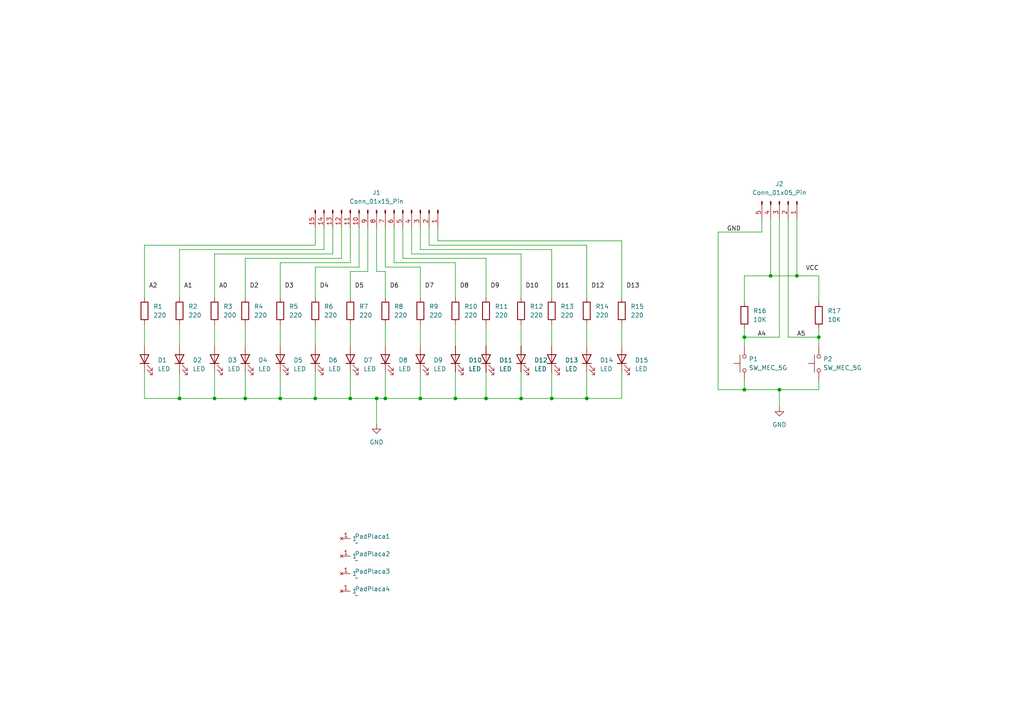
<source format=kicad_sch>
(kicad_sch
	(version 20250114)
	(generator "eeschema")
	(generator_version "9.0")
	(uuid "7355b953-ae64-48ca-a3e5-69896cb86b17")
	(paper "A4")
	(title_block
		(title "Juego de ping pong")
		(date "2025-11-24")
		(rev "1.0")
		(company "Oscar Electronica Facil")
	)
	(lib_symbols
		(symbol "Connector:Conn_01x05_Pin"
			(pin_names
				(offset 1.016)
				(hide yes)
			)
			(exclude_from_sim no)
			(in_bom yes)
			(on_board yes)
			(property "Reference" "J"
				(at 0 7.62 0)
				(effects
					(font
						(size 1.27 1.27)
					)
				)
			)
			(property "Value" "Conn_01x05_Pin"
				(at 0 -7.62 0)
				(effects
					(font
						(size 1.27 1.27)
					)
				)
			)
			(property "Footprint" ""
				(at 0 0 0)
				(effects
					(font
						(size 1.27 1.27)
					)
					(hide yes)
				)
			)
			(property "Datasheet" "~"
				(at 0 0 0)
				(effects
					(font
						(size 1.27 1.27)
					)
					(hide yes)
				)
			)
			(property "Description" "Generic connector, single row, 01x05, script generated"
				(at 0 0 0)
				(effects
					(font
						(size 1.27 1.27)
					)
					(hide yes)
				)
			)
			(property "ki_locked" ""
				(at 0 0 0)
				(effects
					(font
						(size 1.27 1.27)
					)
				)
			)
			(property "ki_keywords" "connector"
				(at 0 0 0)
				(effects
					(font
						(size 1.27 1.27)
					)
					(hide yes)
				)
			)
			(property "ki_fp_filters" "Connector*:*_1x??_*"
				(at 0 0 0)
				(effects
					(font
						(size 1.27 1.27)
					)
					(hide yes)
				)
			)
			(symbol "Conn_01x05_Pin_1_1"
				(rectangle
					(start 0.8636 5.207)
					(end 0 4.953)
					(stroke
						(width 0.1524)
						(type default)
					)
					(fill
						(type outline)
					)
				)
				(rectangle
					(start 0.8636 2.667)
					(end 0 2.413)
					(stroke
						(width 0.1524)
						(type default)
					)
					(fill
						(type outline)
					)
				)
				(rectangle
					(start 0.8636 0.127)
					(end 0 -0.127)
					(stroke
						(width 0.1524)
						(type default)
					)
					(fill
						(type outline)
					)
				)
				(rectangle
					(start 0.8636 -2.413)
					(end 0 -2.667)
					(stroke
						(width 0.1524)
						(type default)
					)
					(fill
						(type outline)
					)
				)
				(rectangle
					(start 0.8636 -4.953)
					(end 0 -5.207)
					(stroke
						(width 0.1524)
						(type default)
					)
					(fill
						(type outline)
					)
				)
				(polyline
					(pts
						(xy 1.27 5.08) (xy 0.8636 5.08)
					)
					(stroke
						(width 0.1524)
						(type default)
					)
					(fill
						(type none)
					)
				)
				(polyline
					(pts
						(xy 1.27 2.54) (xy 0.8636 2.54)
					)
					(stroke
						(width 0.1524)
						(type default)
					)
					(fill
						(type none)
					)
				)
				(polyline
					(pts
						(xy 1.27 0) (xy 0.8636 0)
					)
					(stroke
						(width 0.1524)
						(type default)
					)
					(fill
						(type none)
					)
				)
				(polyline
					(pts
						(xy 1.27 -2.54) (xy 0.8636 -2.54)
					)
					(stroke
						(width 0.1524)
						(type default)
					)
					(fill
						(type none)
					)
				)
				(polyline
					(pts
						(xy 1.27 -5.08) (xy 0.8636 -5.08)
					)
					(stroke
						(width 0.1524)
						(type default)
					)
					(fill
						(type none)
					)
				)
				(pin passive line
					(at 5.08 5.08 180)
					(length 3.81)
					(name "Pin_1"
						(effects
							(font
								(size 1.27 1.27)
							)
						)
					)
					(number "1"
						(effects
							(font
								(size 1.27 1.27)
							)
						)
					)
				)
				(pin passive line
					(at 5.08 2.54 180)
					(length 3.81)
					(name "Pin_2"
						(effects
							(font
								(size 1.27 1.27)
							)
						)
					)
					(number "2"
						(effects
							(font
								(size 1.27 1.27)
							)
						)
					)
				)
				(pin passive line
					(at 5.08 0 180)
					(length 3.81)
					(name "Pin_3"
						(effects
							(font
								(size 1.27 1.27)
							)
						)
					)
					(number "3"
						(effects
							(font
								(size 1.27 1.27)
							)
						)
					)
				)
				(pin passive line
					(at 5.08 -2.54 180)
					(length 3.81)
					(name "Pin_4"
						(effects
							(font
								(size 1.27 1.27)
							)
						)
					)
					(number "4"
						(effects
							(font
								(size 1.27 1.27)
							)
						)
					)
				)
				(pin passive line
					(at 5.08 -5.08 180)
					(length 3.81)
					(name "Pin_5"
						(effects
							(font
								(size 1.27 1.27)
							)
						)
					)
					(number "5"
						(effects
							(font
								(size 1.27 1.27)
							)
						)
					)
				)
			)
			(embedded_fonts no)
		)
		(symbol "Connector:Conn_01x15_Pin"
			(pin_names
				(offset 1.016)
				(hide yes)
			)
			(exclude_from_sim no)
			(in_bom yes)
			(on_board yes)
			(property "Reference" "J"
				(at 0 20.32 0)
				(effects
					(font
						(size 1.27 1.27)
					)
				)
			)
			(property "Value" "Conn_01x15_Pin"
				(at 0 -20.32 0)
				(effects
					(font
						(size 1.27 1.27)
					)
				)
			)
			(property "Footprint" ""
				(at 0 0 0)
				(effects
					(font
						(size 1.27 1.27)
					)
					(hide yes)
				)
			)
			(property "Datasheet" "~"
				(at 0 0 0)
				(effects
					(font
						(size 1.27 1.27)
					)
					(hide yes)
				)
			)
			(property "Description" "Generic connector, single row, 01x15, script generated"
				(at 0 0 0)
				(effects
					(font
						(size 1.27 1.27)
					)
					(hide yes)
				)
			)
			(property "ki_locked" ""
				(at 0 0 0)
				(effects
					(font
						(size 1.27 1.27)
					)
				)
			)
			(property "ki_keywords" "connector"
				(at 0 0 0)
				(effects
					(font
						(size 1.27 1.27)
					)
					(hide yes)
				)
			)
			(property "ki_fp_filters" "Connector*:*_1x??_*"
				(at 0 0 0)
				(effects
					(font
						(size 1.27 1.27)
					)
					(hide yes)
				)
			)
			(symbol "Conn_01x15_Pin_1_1"
				(rectangle
					(start 0.8636 17.907)
					(end 0 17.653)
					(stroke
						(width 0.1524)
						(type default)
					)
					(fill
						(type outline)
					)
				)
				(rectangle
					(start 0.8636 15.367)
					(end 0 15.113)
					(stroke
						(width 0.1524)
						(type default)
					)
					(fill
						(type outline)
					)
				)
				(rectangle
					(start 0.8636 12.827)
					(end 0 12.573)
					(stroke
						(width 0.1524)
						(type default)
					)
					(fill
						(type outline)
					)
				)
				(rectangle
					(start 0.8636 10.287)
					(end 0 10.033)
					(stroke
						(width 0.1524)
						(type default)
					)
					(fill
						(type outline)
					)
				)
				(rectangle
					(start 0.8636 7.747)
					(end 0 7.493)
					(stroke
						(width 0.1524)
						(type default)
					)
					(fill
						(type outline)
					)
				)
				(rectangle
					(start 0.8636 5.207)
					(end 0 4.953)
					(stroke
						(width 0.1524)
						(type default)
					)
					(fill
						(type outline)
					)
				)
				(rectangle
					(start 0.8636 2.667)
					(end 0 2.413)
					(stroke
						(width 0.1524)
						(type default)
					)
					(fill
						(type outline)
					)
				)
				(rectangle
					(start 0.8636 0.127)
					(end 0 -0.127)
					(stroke
						(width 0.1524)
						(type default)
					)
					(fill
						(type outline)
					)
				)
				(rectangle
					(start 0.8636 -2.413)
					(end 0 -2.667)
					(stroke
						(width 0.1524)
						(type default)
					)
					(fill
						(type outline)
					)
				)
				(rectangle
					(start 0.8636 -4.953)
					(end 0 -5.207)
					(stroke
						(width 0.1524)
						(type default)
					)
					(fill
						(type outline)
					)
				)
				(rectangle
					(start 0.8636 -7.493)
					(end 0 -7.747)
					(stroke
						(width 0.1524)
						(type default)
					)
					(fill
						(type outline)
					)
				)
				(rectangle
					(start 0.8636 -10.033)
					(end 0 -10.287)
					(stroke
						(width 0.1524)
						(type default)
					)
					(fill
						(type outline)
					)
				)
				(rectangle
					(start 0.8636 -12.573)
					(end 0 -12.827)
					(stroke
						(width 0.1524)
						(type default)
					)
					(fill
						(type outline)
					)
				)
				(rectangle
					(start 0.8636 -15.113)
					(end 0 -15.367)
					(stroke
						(width 0.1524)
						(type default)
					)
					(fill
						(type outline)
					)
				)
				(rectangle
					(start 0.8636 -17.653)
					(end 0 -17.907)
					(stroke
						(width 0.1524)
						(type default)
					)
					(fill
						(type outline)
					)
				)
				(polyline
					(pts
						(xy 1.27 17.78) (xy 0.8636 17.78)
					)
					(stroke
						(width 0.1524)
						(type default)
					)
					(fill
						(type none)
					)
				)
				(polyline
					(pts
						(xy 1.27 15.24) (xy 0.8636 15.24)
					)
					(stroke
						(width 0.1524)
						(type default)
					)
					(fill
						(type none)
					)
				)
				(polyline
					(pts
						(xy 1.27 12.7) (xy 0.8636 12.7)
					)
					(stroke
						(width 0.1524)
						(type default)
					)
					(fill
						(type none)
					)
				)
				(polyline
					(pts
						(xy 1.27 10.16) (xy 0.8636 10.16)
					)
					(stroke
						(width 0.1524)
						(type default)
					)
					(fill
						(type none)
					)
				)
				(polyline
					(pts
						(xy 1.27 7.62) (xy 0.8636 7.62)
					)
					(stroke
						(width 0.1524)
						(type default)
					)
					(fill
						(type none)
					)
				)
				(polyline
					(pts
						(xy 1.27 5.08) (xy 0.8636 5.08)
					)
					(stroke
						(width 0.1524)
						(type default)
					)
					(fill
						(type none)
					)
				)
				(polyline
					(pts
						(xy 1.27 2.54) (xy 0.8636 2.54)
					)
					(stroke
						(width 0.1524)
						(type default)
					)
					(fill
						(type none)
					)
				)
				(polyline
					(pts
						(xy 1.27 0) (xy 0.8636 0)
					)
					(stroke
						(width 0.1524)
						(type default)
					)
					(fill
						(type none)
					)
				)
				(polyline
					(pts
						(xy 1.27 -2.54) (xy 0.8636 -2.54)
					)
					(stroke
						(width 0.1524)
						(type default)
					)
					(fill
						(type none)
					)
				)
				(polyline
					(pts
						(xy 1.27 -5.08) (xy 0.8636 -5.08)
					)
					(stroke
						(width 0.1524)
						(type default)
					)
					(fill
						(type none)
					)
				)
				(polyline
					(pts
						(xy 1.27 -7.62) (xy 0.8636 -7.62)
					)
					(stroke
						(width 0.1524)
						(type default)
					)
					(fill
						(type none)
					)
				)
				(polyline
					(pts
						(xy 1.27 -10.16) (xy 0.8636 -10.16)
					)
					(stroke
						(width 0.1524)
						(type default)
					)
					(fill
						(type none)
					)
				)
				(polyline
					(pts
						(xy 1.27 -12.7) (xy 0.8636 -12.7)
					)
					(stroke
						(width 0.1524)
						(type default)
					)
					(fill
						(type none)
					)
				)
				(polyline
					(pts
						(xy 1.27 -15.24) (xy 0.8636 -15.24)
					)
					(stroke
						(width 0.1524)
						(type default)
					)
					(fill
						(type none)
					)
				)
				(polyline
					(pts
						(xy 1.27 -17.78) (xy 0.8636 -17.78)
					)
					(stroke
						(width 0.1524)
						(type default)
					)
					(fill
						(type none)
					)
				)
				(pin passive line
					(at 5.08 17.78 180)
					(length 3.81)
					(name "Pin_1"
						(effects
							(font
								(size 1.27 1.27)
							)
						)
					)
					(number "1"
						(effects
							(font
								(size 1.27 1.27)
							)
						)
					)
				)
				(pin passive line
					(at 5.08 15.24 180)
					(length 3.81)
					(name "Pin_2"
						(effects
							(font
								(size 1.27 1.27)
							)
						)
					)
					(number "2"
						(effects
							(font
								(size 1.27 1.27)
							)
						)
					)
				)
				(pin passive line
					(at 5.08 12.7 180)
					(length 3.81)
					(name "Pin_3"
						(effects
							(font
								(size 1.27 1.27)
							)
						)
					)
					(number "3"
						(effects
							(font
								(size 1.27 1.27)
							)
						)
					)
				)
				(pin passive line
					(at 5.08 10.16 180)
					(length 3.81)
					(name "Pin_4"
						(effects
							(font
								(size 1.27 1.27)
							)
						)
					)
					(number "4"
						(effects
							(font
								(size 1.27 1.27)
							)
						)
					)
				)
				(pin passive line
					(at 5.08 7.62 180)
					(length 3.81)
					(name "Pin_5"
						(effects
							(font
								(size 1.27 1.27)
							)
						)
					)
					(number "5"
						(effects
							(font
								(size 1.27 1.27)
							)
						)
					)
				)
				(pin passive line
					(at 5.08 5.08 180)
					(length 3.81)
					(name "Pin_6"
						(effects
							(font
								(size 1.27 1.27)
							)
						)
					)
					(number "6"
						(effects
							(font
								(size 1.27 1.27)
							)
						)
					)
				)
				(pin passive line
					(at 5.08 2.54 180)
					(length 3.81)
					(name "Pin_7"
						(effects
							(font
								(size 1.27 1.27)
							)
						)
					)
					(number "7"
						(effects
							(font
								(size 1.27 1.27)
							)
						)
					)
				)
				(pin passive line
					(at 5.08 0 180)
					(length 3.81)
					(name "Pin_8"
						(effects
							(font
								(size 1.27 1.27)
							)
						)
					)
					(number "8"
						(effects
							(font
								(size 1.27 1.27)
							)
						)
					)
				)
				(pin passive line
					(at 5.08 -2.54 180)
					(length 3.81)
					(name "Pin_9"
						(effects
							(font
								(size 1.27 1.27)
							)
						)
					)
					(number "9"
						(effects
							(font
								(size 1.27 1.27)
							)
						)
					)
				)
				(pin passive line
					(at 5.08 -5.08 180)
					(length 3.81)
					(name "Pin_10"
						(effects
							(font
								(size 1.27 1.27)
							)
						)
					)
					(number "10"
						(effects
							(font
								(size 1.27 1.27)
							)
						)
					)
				)
				(pin passive line
					(at 5.08 -7.62 180)
					(length 3.81)
					(name "Pin_11"
						(effects
							(font
								(size 1.27 1.27)
							)
						)
					)
					(number "11"
						(effects
							(font
								(size 1.27 1.27)
							)
						)
					)
				)
				(pin passive line
					(at 5.08 -10.16 180)
					(length 3.81)
					(name "Pin_12"
						(effects
							(font
								(size 1.27 1.27)
							)
						)
					)
					(number "12"
						(effects
							(font
								(size 1.27 1.27)
							)
						)
					)
				)
				(pin passive line
					(at 5.08 -12.7 180)
					(length 3.81)
					(name "Pin_13"
						(effects
							(font
								(size 1.27 1.27)
							)
						)
					)
					(number "13"
						(effects
							(font
								(size 1.27 1.27)
							)
						)
					)
				)
				(pin passive line
					(at 5.08 -15.24 180)
					(length 3.81)
					(name "Pin_14"
						(effects
							(font
								(size 1.27 1.27)
							)
						)
					)
					(number "14"
						(effects
							(font
								(size 1.27 1.27)
							)
						)
					)
				)
				(pin passive line
					(at 5.08 -17.78 180)
					(length 3.81)
					(name "Pin_15"
						(effects
							(font
								(size 1.27 1.27)
							)
						)
					)
					(number "15"
						(effects
							(font
								(size 1.27 1.27)
							)
						)
					)
				)
			)
			(embedded_fonts no)
		)
		(symbol "Device:LED"
			(pin_numbers
				(hide yes)
			)
			(pin_names
				(offset 1.016)
				(hide yes)
			)
			(exclude_from_sim no)
			(in_bom yes)
			(on_board yes)
			(property "Reference" "D"
				(at 0 2.54 0)
				(effects
					(font
						(size 1.27 1.27)
					)
				)
			)
			(property "Value" "LED"
				(at 0 -2.54 0)
				(effects
					(font
						(size 1.27 1.27)
					)
				)
			)
			(property "Footprint" ""
				(at 0 0 0)
				(effects
					(font
						(size 1.27 1.27)
					)
					(hide yes)
				)
			)
			(property "Datasheet" "~"
				(at 0 0 0)
				(effects
					(font
						(size 1.27 1.27)
					)
					(hide yes)
				)
			)
			(property "Description" "Light emitting diode"
				(at 0 0 0)
				(effects
					(font
						(size 1.27 1.27)
					)
					(hide yes)
				)
			)
			(property "Sim.Pins" "1=K 2=A"
				(at 0 0 0)
				(effects
					(font
						(size 1.27 1.27)
					)
					(hide yes)
				)
			)
			(property "ki_keywords" "LED diode"
				(at 0 0 0)
				(effects
					(font
						(size 1.27 1.27)
					)
					(hide yes)
				)
			)
			(property "ki_fp_filters" "LED* LED_SMD:* LED_THT:*"
				(at 0 0 0)
				(effects
					(font
						(size 1.27 1.27)
					)
					(hide yes)
				)
			)
			(symbol "LED_0_1"
				(polyline
					(pts
						(xy -3.048 -0.762) (xy -4.572 -2.286) (xy -3.81 -2.286) (xy -4.572 -2.286) (xy -4.572 -1.524)
					)
					(stroke
						(width 0)
						(type default)
					)
					(fill
						(type none)
					)
				)
				(polyline
					(pts
						(xy -1.778 -0.762) (xy -3.302 -2.286) (xy -2.54 -2.286) (xy -3.302 -2.286) (xy -3.302 -1.524)
					)
					(stroke
						(width 0)
						(type default)
					)
					(fill
						(type none)
					)
				)
				(polyline
					(pts
						(xy -1.27 0) (xy 1.27 0)
					)
					(stroke
						(width 0)
						(type default)
					)
					(fill
						(type none)
					)
				)
				(polyline
					(pts
						(xy -1.27 -1.27) (xy -1.27 1.27)
					)
					(stroke
						(width 0.254)
						(type default)
					)
					(fill
						(type none)
					)
				)
				(polyline
					(pts
						(xy 1.27 -1.27) (xy 1.27 1.27) (xy -1.27 0) (xy 1.27 -1.27)
					)
					(stroke
						(width 0.254)
						(type default)
					)
					(fill
						(type none)
					)
				)
			)
			(symbol "LED_1_1"
				(pin passive line
					(at -3.81 0 0)
					(length 2.54)
					(name "K"
						(effects
							(font
								(size 1.27 1.27)
							)
						)
					)
					(number "1"
						(effects
							(font
								(size 1.27 1.27)
							)
						)
					)
				)
				(pin passive line
					(at 3.81 0 180)
					(length 2.54)
					(name "A"
						(effects
							(font
								(size 1.27 1.27)
							)
						)
					)
					(number "2"
						(effects
							(font
								(size 1.27 1.27)
							)
						)
					)
				)
			)
			(embedded_fonts no)
		)
		(symbol "Device:R"
			(pin_numbers
				(hide yes)
			)
			(pin_names
				(offset 0)
			)
			(exclude_from_sim no)
			(in_bom yes)
			(on_board yes)
			(property "Reference" "R"
				(at 2.032 0 90)
				(effects
					(font
						(size 1.27 1.27)
					)
				)
			)
			(property "Value" "R"
				(at 0 0 90)
				(effects
					(font
						(size 1.27 1.27)
					)
				)
			)
			(property "Footprint" ""
				(at -1.778 0 90)
				(effects
					(font
						(size 1.27 1.27)
					)
					(hide yes)
				)
			)
			(property "Datasheet" "~"
				(at 0 0 0)
				(effects
					(font
						(size 1.27 1.27)
					)
					(hide yes)
				)
			)
			(property "Description" "Resistor"
				(at 0 0 0)
				(effects
					(font
						(size 1.27 1.27)
					)
					(hide yes)
				)
			)
			(property "ki_keywords" "R res resistor"
				(at 0 0 0)
				(effects
					(font
						(size 1.27 1.27)
					)
					(hide yes)
				)
			)
			(property "ki_fp_filters" "R_*"
				(at 0 0 0)
				(effects
					(font
						(size 1.27 1.27)
					)
					(hide yes)
				)
			)
			(symbol "R_0_1"
				(rectangle
					(start -1.016 -2.54)
					(end 1.016 2.54)
					(stroke
						(width 0.254)
						(type default)
					)
					(fill
						(type none)
					)
				)
			)
			(symbol "R_1_1"
				(pin passive line
					(at 0 3.81 270)
					(length 1.27)
					(name "~"
						(effects
							(font
								(size 1.27 1.27)
							)
						)
					)
					(number "1"
						(effects
							(font
								(size 1.27 1.27)
							)
						)
					)
				)
				(pin passive line
					(at 0 -3.81 90)
					(length 1.27)
					(name "~"
						(effects
							(font
								(size 1.27 1.27)
							)
						)
					)
					(number "2"
						(effects
							(font
								(size 1.27 1.27)
							)
						)
					)
				)
			)
			(embedded_fonts no)
		)
		(symbol "SW_MEC_5G_1"
			(pin_numbers
				(hide yes)
			)
			(pin_names
				(offset 1.016)
				(hide yes)
			)
			(exclude_from_sim no)
			(in_bom yes)
			(on_board yes)
			(property "Reference" "P1"
				(at 1.2701 -1.27 90)
				(effects
					(font
						(size 1.27 1.27)
					)
					(justify right)
				)
			)
			(property "Value" "SW_MEC_5G"
				(at -1.2699 -1.27 90)
				(effects
					(font
						(size 1.27 1.27)
					)
					(justify right)
				)
			)
			(property "Footprint" "Button_Switch_THT:SW_PUSH_6mm"
				(at 0 5.08 0)
				(effects
					(font
						(size 1.27 1.27)
					)
					(hide yes)
				)
			)
			(property "Datasheet" "http://www.apem.com/int/index.php?controller=attachment&id_attachment=488"
				(at 0 5.08 0)
				(effects
					(font
						(size 1.27 1.27)
					)
					(hide yes)
				)
			)
			(property "Description" "MEC 5G single pole normally-open tactile switch"
				(at 0 0 0)
				(effects
					(font
						(size 1.27 1.27)
					)
					(hide yes)
				)
			)
			(property "ki_keywords" "switch normally-open pushbutton push-button"
				(at 0 0 0)
				(effects
					(font
						(size 1.27 1.27)
					)
					(hide yes)
				)
			)
			(property "ki_fp_filters" "SW*MEC*5G*"
				(at 0 0 0)
				(effects
					(font
						(size 1.27 1.27)
					)
					(hide yes)
				)
			)
			(symbol "SW_MEC_5G_1_0_1"
				(circle
					(center -2.032 0)
					(radius 0.508)
					(stroke
						(width 0)
						(type default)
					)
					(fill
						(type none)
					)
				)
				(polyline
					(pts
						(xy 0 1.27) (xy 0 3.048)
					)
					(stroke
						(width 0)
						(type default)
					)
					(fill
						(type none)
					)
				)
				(circle
					(center 2.032 0)
					(radius 0.508)
					(stroke
						(width 0)
						(type default)
					)
					(fill
						(type none)
					)
				)
				(polyline
					(pts
						(xy 2.54 1.27) (xy -2.54 1.27)
					)
					(stroke
						(width 0)
						(type default)
					)
					(fill
						(type none)
					)
				)
				(pin passive line
					(at -5.08 0 0)
					(length 2.54)
					(name "A"
						(effects
							(font
								(size 1.27 1.27)
							)
						)
					)
					(number "1"
						(effects
							(font
								(size 1.27 1.27)
							)
						)
					)
				)
				(pin passive line
					(at 5.08 0 180)
					(length 2.54)
					(name "B"
						(effects
							(font
								(size 1.27 1.27)
							)
						)
					)
					(number "2"
						(effects
							(font
								(size 1.27 1.27)
							)
						)
					)
				)
			)
			(symbol "SW_MEC_5G_1_1_1"
				(pin passive line
					(at -5.08 0 0)
					(length 2.54)
					(hide yes)
					(name "A"
						(effects
							(font
								(size 1.27 1.27)
							)
						)
					)
					(number "1"
						(effects
							(font
								(size 1.27 1.27)
							)
						)
					)
				)
				(pin passive line
					(at 5.08 0 180)
					(length 2.54)
					(hide yes)
					(name "B"
						(effects
							(font
								(size 1.27 1.27)
							)
						)
					)
					(number "2"
						(effects
							(font
								(size 1.27 1.27)
							)
						)
					)
				)
			)
			(embedded_fonts no)
		)
		(symbol "Switch:SW_MEC_5G"
			(pin_numbers
				(hide yes)
			)
			(pin_names
				(offset 1.016)
				(hide yes)
			)
			(exclude_from_sim no)
			(in_bom yes)
			(on_board yes)
			(property "Reference" "P2"
				(at 1.2701 -1.27 90)
				(effects
					(font
						(size 1.27 1.27)
					)
					(justify right)
				)
			)
			(property "Value" "SW_MEC_5G"
				(at -1.2699 -1.27 90)
				(effects
					(font
						(size 1.27 1.27)
					)
					(justify right)
				)
			)
			(property "Footprint" "Button_Switch_THT:SW_PUSH_6mm"
				(at 0 5.08 0)
				(effects
					(font
						(size 1.27 1.27)
					)
					(hide yes)
				)
			)
			(property "Datasheet" "http://www.apem.com/int/index.php?controller=attachment&id_attachment=488"
				(at 0 5.08 0)
				(effects
					(font
						(size 1.27 1.27)
					)
					(hide yes)
				)
			)
			(property "Description" "MEC 5G single pole normally-open tactile switch"
				(at 0 0 0)
				(effects
					(font
						(size 1.27 1.27)
					)
					(hide yes)
				)
			)
			(property "ki_keywords" "switch normally-open pushbutton push-button"
				(at 0 0 0)
				(effects
					(font
						(size 1.27 1.27)
					)
					(hide yes)
				)
			)
			(property "ki_fp_filters" "SW*MEC*5G*"
				(at 0 0 0)
				(effects
					(font
						(size 1.27 1.27)
					)
					(hide yes)
				)
			)
			(symbol "SW_MEC_5G_0_1"
				(circle
					(center -2.032 0)
					(radius 0.508)
					(stroke
						(width 0)
						(type default)
					)
					(fill
						(type none)
					)
				)
				(polyline
					(pts
						(xy 0 1.27) (xy 0 3.048)
					)
					(stroke
						(width 0)
						(type default)
					)
					(fill
						(type none)
					)
				)
				(circle
					(center 2.032 0)
					(radius 0.508)
					(stroke
						(width 0)
						(type default)
					)
					(fill
						(type none)
					)
				)
				(polyline
					(pts
						(xy 2.54 1.27) (xy -2.54 1.27)
					)
					(stroke
						(width 0)
						(type default)
					)
					(fill
						(type none)
					)
				)
				(pin passive line
					(at -5.08 0 0)
					(length 2.54)
					(name "A"
						(effects
							(font
								(size 1.27 1.27)
							)
						)
					)
					(number "1"
						(effects
							(font
								(size 1.27 1.27)
							)
						)
					)
				)
				(pin passive line
					(at 5.08 0 180)
					(length 2.54)
					(name "B"
						(effects
							(font
								(size 1.27 1.27)
							)
						)
					)
					(number "2"
						(effects
							(font
								(size 1.27 1.27)
							)
						)
					)
				)
			)
			(symbol "SW_MEC_5G_1_1"
				(pin passive line
					(at -5.08 0 0)
					(length 2.54)
					(hide yes)
					(name "A"
						(effects
							(font
								(size 1.27 1.27)
							)
						)
					)
					(number "1"
						(effects
							(font
								(size 1.27 1.27)
							)
						)
					)
				)
				(pin passive line
					(at 5.08 0 180)
					(length 2.54)
					(hide yes)
					(name "B"
						(effects
							(font
								(size 1.27 1.27)
							)
						)
					)
					(number "2"
						(effects
							(font
								(size 1.27 1.27)
							)
						)
					)
				)
			)
			(embedded_fonts no)
		)
		(symbol "missimbolos:Pad"
			(exclude_from_sim no)
			(in_bom yes)
			(on_board yes)
			(property "Reference" "PadPlaca"
				(at 0 0 0)
				(effects
					(font
						(size 1.27 1.27)
					)
				)
			)
			(property "Value" ""
				(at 0 0 0)
				(effects
					(font
						(size 1.27 1.27)
					)
				)
			)
			(property "Footprint" ""
				(at 0 0 0)
				(effects
					(font
						(size 1.27 1.27)
					)
					(hide yes)
				)
			)
			(property "Datasheet" ""
				(at 0 0 0)
				(effects
					(font
						(size 1.27 1.27)
					)
					(hide yes)
				)
			)
			(property "Description" ""
				(at 0 0 0)
				(effects
					(font
						(size 1.27 1.27)
					)
					(hide yes)
				)
			)
			(symbol "Pad_1_1"
				(pin no_connect line
					(at 0 -1.27 0)
					(length 2.54)
					(name "1"
						(effects
							(font
								(size 1.27 1.27)
							)
						)
					)
					(number "1"
						(effects
							(font
								(size 1.27 1.27)
							)
						)
					)
				)
			)
			(embedded_fonts no)
		)
		(symbol "power:GND"
			(power)
			(pin_numbers
				(hide yes)
			)
			(pin_names
				(offset 0)
				(hide yes)
			)
			(exclude_from_sim no)
			(in_bom yes)
			(on_board yes)
			(property "Reference" "#PWR"
				(at 0 -6.35 0)
				(effects
					(font
						(size 1.27 1.27)
					)
					(hide yes)
				)
			)
			(property "Value" "GND"
				(at 0 -3.81 0)
				(effects
					(font
						(size 1.27 1.27)
					)
				)
			)
			(property "Footprint" ""
				(at 0 0 0)
				(effects
					(font
						(size 1.27 1.27)
					)
					(hide yes)
				)
			)
			(property "Datasheet" ""
				(at 0 0 0)
				(effects
					(font
						(size 1.27 1.27)
					)
					(hide yes)
				)
			)
			(property "Description" "Power symbol creates a global label with name \"GND\" , ground"
				(at 0 0 0)
				(effects
					(font
						(size 1.27 1.27)
					)
					(hide yes)
				)
			)
			(property "ki_keywords" "global power"
				(at 0 0 0)
				(effects
					(font
						(size 1.27 1.27)
					)
					(hide yes)
				)
			)
			(symbol "GND_0_1"
				(polyline
					(pts
						(xy 0 0) (xy 0 -1.27) (xy 1.27 -1.27) (xy 0 -2.54) (xy -1.27 -1.27) (xy 0 -1.27)
					)
					(stroke
						(width 0)
						(type default)
					)
					(fill
						(type none)
					)
				)
			)
			(symbol "GND_1_1"
				(pin power_in line
					(at 0 0 270)
					(length 0)
					(name "~"
						(effects
							(font
								(size 1.27 1.27)
							)
						)
					)
					(number "1"
						(effects
							(font
								(size 1.27 1.27)
							)
						)
					)
				)
			)
			(embedded_fonts no)
		)
	)
	(junction
		(at 170.18 115.57)
		(diameter 0)
		(color 0 0 0 0)
		(uuid "1328fe99-fbe8-49cd-b611-2797a0b32b56")
	)
	(junction
		(at 91.44 115.57)
		(diameter 0)
		(color 0 0 0 0)
		(uuid "192b166c-faf3-4766-9c41-4213e659b342")
	)
	(junction
		(at 151.13 115.57)
		(diameter 0)
		(color 0 0 0 0)
		(uuid "1e496367-8ca9-4fba-ba4f-9fb8bbbfa7bf")
	)
	(junction
		(at 121.92 115.57)
		(diameter 0)
		(color 0 0 0 0)
		(uuid "24c42828-56c7-4e56-bd34-c2df04e5a707")
	)
	(junction
		(at 109.22 115.57)
		(diameter 0)
		(color 0 0 0 0)
		(uuid "304c42b4-d495-4b93-824a-fcaca3b13973")
	)
	(junction
		(at 101.6 115.57)
		(diameter 0)
		(color 0 0 0 0)
		(uuid "3db250c9-5a10-48fb-bb83-e5bb61df9acc")
	)
	(junction
		(at 215.9 113.03)
		(diameter 0)
		(color 0 0 0 0)
		(uuid "59fb8320-bcd5-42f1-897a-eceb221ca464")
	)
	(junction
		(at 140.97 115.57)
		(diameter 0)
		(color 0 0 0 0)
		(uuid "5ca6163c-4d8e-44ca-8464-777ae11b417c")
	)
	(junction
		(at 111.76 115.57)
		(diameter 0)
		(color 0 0 0 0)
		(uuid "6b29c58d-9329-4646-b4ea-1fa9cca390b0")
	)
	(junction
		(at 160.02 115.57)
		(diameter 0)
		(color 0 0 0 0)
		(uuid "8a095706-90e6-4eac-9ae5-48feb39c4016")
	)
	(junction
		(at 231.14 80.01)
		(diameter 0)
		(color 0 0 0 0)
		(uuid "9b7d8492-9cd2-4559-8c81-e2a7b1285346")
	)
	(junction
		(at 132.08 115.57)
		(diameter 0)
		(color 0 0 0 0)
		(uuid "9c1c20c7-9eec-435e-82fc-ffe7b45405b0")
	)
	(junction
		(at 71.12 115.57)
		(diameter 0)
		(color 0 0 0 0)
		(uuid "b0684239-3cfc-46c9-b22d-321c8f1e399b")
	)
	(junction
		(at 52.07 115.57)
		(diameter 0)
		(color 0 0 0 0)
		(uuid "bd2d8422-e61e-4a4a-99be-03b704f87c9d")
	)
	(junction
		(at 62.23 115.57)
		(diameter 0)
		(color 0 0 0 0)
		(uuid "c03fe5c7-e202-49fc-adf4-2e8ecc8c3cb4")
	)
	(junction
		(at 81.28 115.57)
		(diameter 0)
		(color 0 0 0 0)
		(uuid "c9772236-b0f4-43f2-80dd-e36080a98b00")
	)
	(junction
		(at 223.52 80.01)
		(diameter 0)
		(color 0 0 0 0)
		(uuid "cf7678a1-55b2-4835-9b5e-afeabdc17c76")
	)
	(junction
		(at 215.9 97.79)
		(diameter 0)
		(color 0 0 0 0)
		(uuid "d3603ac7-70bb-44c1-9104-959de3b72aa8")
	)
	(junction
		(at 237.49 97.79)
		(diameter 0)
		(color 0 0 0 0)
		(uuid "e075a54c-909e-4f0e-9062-27c056aa5fea")
	)
	(junction
		(at 226.06 113.03)
		(diameter 0)
		(color 0 0 0 0)
		(uuid "f29b59cd-b88b-42be-90a1-b06643db7322")
	)
	(wire
		(pts
			(xy 170.18 107.95) (xy 170.18 115.57)
		)
		(stroke
			(width 0)
			(type default)
		)
		(uuid "02704a41-5c5c-48e9-b9cf-95d677f44e84")
	)
	(wire
		(pts
			(xy 228.6 63.5) (xy 228.6 97.79)
		)
		(stroke
			(width 0)
			(type default)
		)
		(uuid "0320d2d2-7428-48b6-b781-9af3e8142f6e")
	)
	(wire
		(pts
			(xy 111.76 78.74) (xy 109.22 78.74)
		)
		(stroke
			(width 0)
			(type default)
		)
		(uuid "07600fb7-faab-4a67-9c46-41abc06487a0")
	)
	(wire
		(pts
			(xy 160.02 93.98) (xy 160.02 100.33)
		)
		(stroke
			(width 0)
			(type default)
		)
		(uuid "097e2e7b-19b3-449a-8143-2c7f79c56c16")
	)
	(wire
		(pts
			(xy 226.06 113.03) (xy 237.49 113.03)
		)
		(stroke
			(width 0)
			(type default)
		)
		(uuid "0b14321b-b0d3-4b41-a3e7-7849c09b574b")
	)
	(wire
		(pts
			(xy 127 66.04) (xy 127 69.85)
		)
		(stroke
			(width 0)
			(type default)
		)
		(uuid "0b14879b-c6a2-4588-acd7-f1caa821bde2")
	)
	(wire
		(pts
			(xy 140.97 107.95) (xy 140.97 115.57)
		)
		(stroke
			(width 0)
			(type default)
		)
		(uuid "0bd4e147-be73-4dd9-813a-8fdcc316d9ed")
	)
	(wire
		(pts
			(xy 170.18 93.98) (xy 170.18 100.33)
		)
		(stroke
			(width 0)
			(type default)
		)
		(uuid "0cc1fd5b-86d4-40aa-8ba0-730b90d23ae2")
	)
	(wire
		(pts
			(xy 121.92 66.04) (xy 121.92 72.39)
		)
		(stroke
			(width 0)
			(type default)
		)
		(uuid "0e953e68-9be3-4886-ba50-54c48cb863b0")
	)
	(wire
		(pts
			(xy 121.92 107.95) (xy 121.92 115.57)
		)
		(stroke
			(width 0)
			(type default)
		)
		(uuid "1494570b-f198-4dde-9e86-0682fd4af6a6")
	)
	(wire
		(pts
			(xy 208.28 67.31) (xy 208.28 113.03)
		)
		(stroke
			(width 0)
			(type default)
		)
		(uuid "15929322-5efe-4f81-ade6-5b8a9599eed9")
	)
	(wire
		(pts
			(xy 41.91 115.57) (xy 52.07 115.57)
		)
		(stroke
			(width 0)
			(type default)
		)
		(uuid "165197c7-b5db-4f3d-b87e-fef58a9c64db")
	)
	(wire
		(pts
			(xy 99.06 74.93) (xy 99.06 66.04)
		)
		(stroke
			(width 0)
			(type default)
		)
		(uuid "17e210b5-b82a-470d-a640-dd0776a7e921")
	)
	(wire
		(pts
			(xy 151.13 73.66) (xy 151.13 86.36)
		)
		(stroke
			(width 0)
			(type default)
		)
		(uuid "1a3e0915-75c5-4d7b-9331-825b388bed51")
	)
	(wire
		(pts
			(xy 101.6 78.74) (xy 106.68 78.74)
		)
		(stroke
			(width 0)
			(type default)
		)
		(uuid "1c28b816-cf33-4740-b438-0d5818bc63f7")
	)
	(wire
		(pts
			(xy 71.12 115.57) (xy 81.28 115.57)
		)
		(stroke
			(width 0)
			(type default)
		)
		(uuid "1d9df41b-5bd4-483d-93fe-95a24aa122bb")
	)
	(wire
		(pts
			(xy 91.44 66.04) (xy 91.44 71.12)
		)
		(stroke
			(width 0)
			(type default)
		)
		(uuid "1da66534-1ce4-425d-933d-22f093e63b8a")
	)
	(wire
		(pts
			(xy 140.97 74.93) (xy 140.97 86.36)
		)
		(stroke
			(width 0)
			(type default)
		)
		(uuid "1f15bfa6-e189-4cfe-82f0-ec99a0a2fd9d")
	)
	(wire
		(pts
			(xy 132.08 76.2) (xy 132.08 86.36)
		)
		(stroke
			(width 0)
			(type default)
		)
		(uuid "1f8f3de3-b71f-4720-bde8-68481811d009")
	)
	(wire
		(pts
			(xy 62.23 107.95) (xy 62.23 115.57)
		)
		(stroke
			(width 0)
			(type default)
		)
		(uuid "2075710d-563d-4143-86b0-cf1023b45c93")
	)
	(wire
		(pts
			(xy 226.06 97.79) (xy 215.9 97.79)
		)
		(stroke
			(width 0)
			(type default)
		)
		(uuid "21699bc0-fc1e-443d-9a58-8f52338eb016")
	)
	(wire
		(pts
			(xy 237.49 95.25) (xy 237.49 97.79)
		)
		(stroke
			(width 0)
			(type default)
		)
		(uuid "238c919d-9ba7-4d0b-b5e1-07b22ecd18c8")
	)
	(wire
		(pts
			(xy 180.34 115.57) (xy 180.34 107.95)
		)
		(stroke
			(width 0)
			(type default)
		)
		(uuid "2bed2c08-bb36-4b61-a578-9eab6673a71a")
	)
	(wire
		(pts
			(xy 231.14 80.01) (xy 237.49 80.01)
		)
		(stroke
			(width 0)
			(type default)
		)
		(uuid "2e1f5328-3314-4291-9092-af3035030e84")
	)
	(wire
		(pts
			(xy 81.28 115.57) (xy 91.44 115.57)
		)
		(stroke
			(width 0)
			(type default)
		)
		(uuid "2ef17656-b162-4d3d-a530-138b9f5c5573")
	)
	(wire
		(pts
			(xy 52.07 115.57) (xy 62.23 115.57)
		)
		(stroke
			(width 0)
			(type default)
		)
		(uuid "2ef9c262-ef48-49c9-8162-a96228c44389")
	)
	(wire
		(pts
			(xy 237.49 97.79) (xy 237.49 100.33)
		)
		(stroke
			(width 0)
			(type default)
		)
		(uuid "31014e3f-9abb-48e6-ba42-0f85ef43806d")
	)
	(wire
		(pts
			(xy 106.68 78.74) (xy 106.68 66.04)
		)
		(stroke
			(width 0)
			(type default)
		)
		(uuid "3361b2ac-d9ed-4e3e-8ade-9eacf17cc59c")
	)
	(wire
		(pts
			(xy 81.28 107.95) (xy 81.28 115.57)
		)
		(stroke
			(width 0)
			(type default)
		)
		(uuid "33d1a90f-d2d1-4104-a3d8-84bffd7cf29c")
	)
	(wire
		(pts
			(xy 101.6 115.57) (xy 109.22 115.57)
		)
		(stroke
			(width 0)
			(type default)
		)
		(uuid "3417a2f4-b9d5-4344-81c2-66fb7c81d7cd")
	)
	(wire
		(pts
			(xy 215.9 97.79) (xy 215.9 100.33)
		)
		(stroke
			(width 0)
			(type default)
		)
		(uuid "365c45eb-0e47-4475-a2b5-56dd267dfdd0")
	)
	(wire
		(pts
			(xy 41.91 93.98) (xy 41.91 100.33)
		)
		(stroke
			(width 0)
			(type default)
		)
		(uuid "36d5cc7d-57ae-4d1e-ba21-51d86eb7dcb6")
	)
	(wire
		(pts
			(xy 180.34 93.98) (xy 180.34 100.33)
		)
		(stroke
			(width 0)
			(type default)
		)
		(uuid "37467720-b90f-41b0-be1b-4ddbc0093280")
	)
	(wire
		(pts
			(xy 71.12 86.36) (xy 71.12 74.93)
		)
		(stroke
			(width 0)
			(type default)
		)
		(uuid "37d38994-76e3-43ee-bb50-46f5264494ea")
	)
	(wire
		(pts
			(xy 215.9 95.25) (xy 215.9 97.79)
		)
		(stroke
			(width 0)
			(type default)
		)
		(uuid "39439497-5591-46b5-8645-1e46a3859fe6")
	)
	(wire
		(pts
			(xy 109.22 115.57) (xy 111.76 115.57)
		)
		(stroke
			(width 0)
			(type default)
		)
		(uuid "3abebf72-8c8a-4cec-a939-2b554353a34c")
	)
	(wire
		(pts
			(xy 71.12 107.95) (xy 71.12 115.57)
		)
		(stroke
			(width 0)
			(type default)
		)
		(uuid "3d15d1a9-8af3-47ad-bd5f-bc865132f80f")
	)
	(wire
		(pts
			(xy 101.6 66.04) (xy 101.6 76.2)
		)
		(stroke
			(width 0)
			(type default)
		)
		(uuid "3f632124-5263-45f0-8183-7618d71a0d72")
	)
	(wire
		(pts
			(xy 41.91 107.95) (xy 41.91 115.57)
		)
		(stroke
			(width 0)
			(type default)
		)
		(uuid "41c9c330-4ec3-4313-a9ef-326947cacb79")
	)
	(wire
		(pts
			(xy 121.92 93.98) (xy 121.92 100.33)
		)
		(stroke
			(width 0)
			(type default)
		)
		(uuid "427f2a35-b59c-4422-93a5-d4bdc463d439")
	)
	(wire
		(pts
			(xy 220.98 67.31) (xy 208.28 67.31)
		)
		(stroke
			(width 0)
			(type default)
		)
		(uuid "441e84c7-05b9-4138-8a04-f1ffd4964594")
	)
	(wire
		(pts
			(xy 52.07 107.95) (xy 52.07 115.57)
		)
		(stroke
			(width 0)
			(type default)
		)
		(uuid "4575dac1-326e-4319-ad88-e62a144d9841")
	)
	(wire
		(pts
			(xy 62.23 115.57) (xy 71.12 115.57)
		)
		(stroke
			(width 0)
			(type default)
		)
		(uuid "46d12ce5-3d15-4301-a8ec-66e212c4933d")
	)
	(wire
		(pts
			(xy 96.52 73.66) (xy 96.52 66.04)
		)
		(stroke
			(width 0)
			(type default)
		)
		(uuid "47309a12-902b-4867-842e-5796dfa06c3a")
	)
	(wire
		(pts
			(xy 101.6 76.2) (xy 81.28 76.2)
		)
		(stroke
			(width 0)
			(type default)
		)
		(uuid "4e2ead17-ae29-4f7b-a566-17af47a961a9")
	)
	(wire
		(pts
			(xy 180.34 69.85) (xy 180.34 86.36)
		)
		(stroke
			(width 0)
			(type default)
		)
		(uuid "4efe4c3c-068d-4a28-893e-d90354ae3932")
	)
	(wire
		(pts
			(xy 91.44 93.98) (xy 91.44 100.33)
		)
		(stroke
			(width 0)
			(type default)
		)
		(uuid "4f4a0e81-89f4-459d-8e92-baa30524e001")
	)
	(wire
		(pts
			(xy 109.22 115.57) (xy 109.22 123.19)
		)
		(stroke
			(width 0)
			(type default)
		)
		(uuid "53484572-bcf7-46b4-97fe-990403f0c572")
	)
	(wire
		(pts
			(xy 215.9 80.01) (xy 223.52 80.01)
		)
		(stroke
			(width 0)
			(type default)
		)
		(uuid "53bfd708-ab49-4a18-820d-0738ccd6c636")
	)
	(wire
		(pts
			(xy 151.13 107.95) (xy 151.13 115.57)
		)
		(stroke
			(width 0)
			(type default)
		)
		(uuid "5c759e2a-c697-4a92-8130-a1ad76302045")
	)
	(wire
		(pts
			(xy 62.23 93.98) (xy 62.23 100.33)
		)
		(stroke
			(width 0)
			(type default)
		)
		(uuid "612eb35a-87ce-45a6-99fa-e47c99286c2e")
	)
	(wire
		(pts
			(xy 101.6 93.98) (xy 101.6 100.33)
		)
		(stroke
			(width 0)
			(type default)
		)
		(uuid "672bbeae-6a4f-4238-b0bd-5e265265edf8")
	)
	(wire
		(pts
			(xy 160.02 115.57) (xy 170.18 115.57)
		)
		(stroke
			(width 0)
			(type default)
		)
		(uuid "67d3703a-26e1-4bd2-af51-ba5657b0d19f")
	)
	(wire
		(pts
			(xy 119.38 66.04) (xy 119.38 73.66)
		)
		(stroke
			(width 0)
			(type default)
		)
		(uuid "68db02c8-7452-4783-9993-685565823169")
	)
	(wire
		(pts
			(xy 220.98 63.5) (xy 220.98 67.31)
		)
		(stroke
			(width 0)
			(type default)
		)
		(uuid "69b49bcc-d527-49f9-8fef-dd22305cbe23")
	)
	(wire
		(pts
			(xy 104.14 77.47) (xy 104.14 66.04)
		)
		(stroke
			(width 0)
			(type default)
		)
		(uuid "6a110a2f-8a6f-4591-bca5-a1a34388120a")
	)
	(wire
		(pts
			(xy 132.08 93.98) (xy 132.08 100.33)
		)
		(stroke
			(width 0)
			(type default)
		)
		(uuid "6bcd511e-e002-406b-a088-5d51416ee935")
	)
	(wire
		(pts
			(xy 91.44 86.36) (xy 91.44 77.47)
		)
		(stroke
			(width 0)
			(type default)
		)
		(uuid "6d5060d4-c2eb-45b1-890b-6d3741127388")
	)
	(wire
		(pts
			(xy 116.84 66.04) (xy 116.84 74.93)
		)
		(stroke
			(width 0)
			(type default)
		)
		(uuid "6de55ab2-d00c-46d1-be90-5837424bd0b5")
	)
	(wire
		(pts
			(xy 223.52 80.01) (xy 231.14 80.01)
		)
		(stroke
			(width 0)
			(type default)
		)
		(uuid "6e5dfdb7-d95a-4c2f-8a90-a22010a90634")
	)
	(wire
		(pts
			(xy 140.97 115.57) (xy 151.13 115.57)
		)
		(stroke
			(width 0)
			(type default)
		)
		(uuid "6f280241-68e6-4bad-bd0e-83b2e0c0ba2b")
	)
	(wire
		(pts
			(xy 151.13 93.98) (xy 151.13 100.33)
		)
		(stroke
			(width 0)
			(type default)
		)
		(uuid "7c49899c-e8e0-4716-9a52-3d84ac348792")
	)
	(wire
		(pts
			(xy 237.49 80.01) (xy 237.49 87.63)
		)
		(stroke
			(width 0)
			(type default)
		)
		(uuid "7eac4487-bba9-4a39-8963-8a691ca12a1c")
	)
	(wire
		(pts
			(xy 111.76 86.36) (xy 111.76 78.74)
		)
		(stroke
			(width 0)
			(type default)
		)
		(uuid "7ed8f3e4-9e44-41cc-a369-b5094767cca2")
	)
	(wire
		(pts
			(xy 124.46 71.12) (xy 170.18 71.12)
		)
		(stroke
			(width 0)
			(type default)
		)
		(uuid "824c2189-8c28-4439-a7f6-3b05060c2c04")
	)
	(wire
		(pts
			(xy 228.6 97.79) (xy 237.49 97.79)
		)
		(stroke
			(width 0)
			(type default)
		)
		(uuid "82b61d28-fd05-462b-9ea1-59dacd1a425a")
	)
	(wire
		(pts
			(xy 132.08 115.57) (xy 140.97 115.57)
		)
		(stroke
			(width 0)
			(type default)
		)
		(uuid "88b322f1-9493-45ba-9140-4eadffff7166")
	)
	(wire
		(pts
			(xy 111.76 93.98) (xy 111.76 100.33)
		)
		(stroke
			(width 0)
			(type default)
		)
		(uuid "894d4e2f-3f95-45ed-9057-916d1feac70c")
	)
	(wire
		(pts
			(xy 121.92 72.39) (xy 160.02 72.39)
		)
		(stroke
			(width 0)
			(type default)
		)
		(uuid "8cf02e3c-1172-4acb-8f94-944717df487c")
	)
	(wire
		(pts
			(xy 215.9 110.49) (xy 215.9 113.03)
		)
		(stroke
			(width 0)
			(type default)
		)
		(uuid "900e1e34-a881-4452-8c47-8101d7d8419a")
	)
	(wire
		(pts
			(xy 116.84 74.93) (xy 140.97 74.93)
		)
		(stroke
			(width 0)
			(type default)
		)
		(uuid "93b71b7e-1532-40c9-a03b-e6f6e5480015")
	)
	(wire
		(pts
			(xy 111.76 66.04) (xy 111.76 77.47)
		)
		(stroke
			(width 0)
			(type default)
		)
		(uuid "94c55bcb-1e23-4584-b7d8-2d5c4dacbf60")
	)
	(wire
		(pts
			(xy 237.49 113.03) (xy 237.49 110.49)
		)
		(stroke
			(width 0)
			(type default)
		)
		(uuid "963a3c7e-3e83-4124-9e16-fd2253ffc922")
	)
	(wire
		(pts
			(xy 101.6 86.36) (xy 101.6 78.74)
		)
		(stroke
			(width 0)
			(type default)
		)
		(uuid "96b4017e-b015-47a7-820c-2bf84940721f")
	)
	(wire
		(pts
			(xy 151.13 115.57) (xy 160.02 115.57)
		)
		(stroke
			(width 0)
			(type default)
		)
		(uuid "9ff736b6-57e7-410a-a5cc-ae0402eac596")
	)
	(wire
		(pts
			(xy 111.76 115.57) (xy 121.92 115.57)
		)
		(stroke
			(width 0)
			(type default)
		)
		(uuid "a1a73b47-73d1-42fe-af11-5332b8558b5a")
	)
	(wire
		(pts
			(xy 226.06 63.5) (xy 226.06 97.79)
		)
		(stroke
			(width 0)
			(type default)
		)
		(uuid "a671e39e-d311-4923-9c64-e9b9a3c4b0db")
	)
	(wire
		(pts
			(xy 170.18 115.57) (xy 180.34 115.57)
		)
		(stroke
			(width 0)
			(type default)
		)
		(uuid "a7cc882a-d4bd-49d8-af94-0ccce6e96046")
	)
	(wire
		(pts
			(xy 93.98 72.39) (xy 93.98 66.04)
		)
		(stroke
			(width 0)
			(type default)
		)
		(uuid "aa54b0fe-8cd4-40de-a38a-90d6442e2976")
	)
	(wire
		(pts
			(xy 208.28 113.03) (xy 215.9 113.03)
		)
		(stroke
			(width 0)
			(type default)
		)
		(uuid "ac4ae68c-fc81-44c5-bcb5-f8c08a4b4d95")
	)
	(wire
		(pts
			(xy 52.07 93.98) (xy 52.07 100.33)
		)
		(stroke
			(width 0)
			(type default)
		)
		(uuid "ad3e61cb-58bb-4294-8dba-a52e2c4f3b5d")
	)
	(wire
		(pts
			(xy 124.46 66.04) (xy 124.46 71.12)
		)
		(stroke
			(width 0)
			(type default)
		)
		(uuid "aeb25874-ec45-49fa-9d97-056394d50e81")
	)
	(wire
		(pts
			(xy 114.3 76.2) (xy 132.08 76.2)
		)
		(stroke
			(width 0)
			(type default)
		)
		(uuid "aec4bf88-3846-4134-b877-ec12acdfd300")
	)
	(wire
		(pts
			(xy 109.22 78.74) (xy 109.22 66.04)
		)
		(stroke
			(width 0)
			(type default)
		)
		(uuid "af2636d8-f1de-429c-9d35-afd0bebb7010")
	)
	(wire
		(pts
			(xy 121.92 77.47) (xy 121.92 86.36)
		)
		(stroke
			(width 0)
			(type default)
		)
		(uuid "b14db26a-e1c2-49a9-b774-aa6ce5366d93")
	)
	(wire
		(pts
			(xy 91.44 71.12) (xy 41.91 71.12)
		)
		(stroke
			(width 0)
			(type default)
		)
		(uuid "b39fc587-4500-4138-91b5-91cbdbf3d2e5")
	)
	(wire
		(pts
			(xy 71.12 74.93) (xy 99.06 74.93)
		)
		(stroke
			(width 0)
			(type default)
		)
		(uuid "b4101463-7d5a-4e00-bbba-55bc54cb79e0")
	)
	(wire
		(pts
			(xy 215.9 87.63) (xy 215.9 80.01)
		)
		(stroke
			(width 0)
			(type default)
		)
		(uuid "b60ec98f-183e-4aeb-a371-028f928dcf89")
	)
	(wire
		(pts
			(xy 62.23 86.36) (xy 62.23 73.66)
		)
		(stroke
			(width 0)
			(type default)
		)
		(uuid "b67e0462-3367-46b3-b759-9ea677bba2a4")
	)
	(wire
		(pts
			(xy 71.12 93.98) (xy 71.12 100.33)
		)
		(stroke
			(width 0)
			(type default)
		)
		(uuid "bc2435be-7ac3-4897-9935-7091c5465322")
	)
	(wire
		(pts
			(xy 52.07 72.39) (xy 52.07 86.36)
		)
		(stroke
			(width 0)
			(type default)
		)
		(uuid "c0e34e19-0cea-46a7-94b4-137f82b201bb")
	)
	(wire
		(pts
			(xy 121.92 115.57) (xy 132.08 115.57)
		)
		(stroke
			(width 0)
			(type default)
		)
		(uuid "c1f96787-25a5-4185-85ea-1c4acd24b107")
	)
	(wire
		(pts
			(xy 101.6 107.95) (xy 101.6 115.57)
		)
		(stroke
			(width 0)
			(type default)
		)
		(uuid "c2b6de9e-c992-4027-bed9-c68d4df2e1bc")
	)
	(wire
		(pts
			(xy 62.23 73.66) (xy 96.52 73.66)
		)
		(stroke
			(width 0)
			(type default)
		)
		(uuid "c637eaa4-1e1a-4e3e-804a-f2be4a399db3")
	)
	(wire
		(pts
			(xy 132.08 107.95) (xy 132.08 115.57)
		)
		(stroke
			(width 0)
			(type default)
		)
		(uuid "ca94ce70-d8d3-46df-bc6f-e7cad37f5a47")
	)
	(wire
		(pts
			(xy 91.44 115.57) (xy 101.6 115.57)
		)
		(stroke
			(width 0)
			(type default)
		)
		(uuid "cade35cb-b41f-40a8-b5ee-39832e49415d")
	)
	(wire
		(pts
			(xy 160.02 72.39) (xy 160.02 86.36)
		)
		(stroke
			(width 0)
			(type default)
		)
		(uuid "cc4f9aa9-8476-4c64-9d70-1a76a41999b2")
	)
	(wire
		(pts
			(xy 91.44 77.47) (xy 104.14 77.47)
		)
		(stroke
			(width 0)
			(type default)
		)
		(uuid "cc5953b5-aace-49c3-a9be-0277351222c4")
	)
	(wire
		(pts
			(xy 226.06 113.03) (xy 226.06 118.11)
		)
		(stroke
			(width 0)
			(type default)
		)
		(uuid "d2e48f0c-a846-44ec-a8da-4724154d824e")
	)
	(wire
		(pts
			(xy 170.18 71.12) (xy 170.18 86.36)
		)
		(stroke
			(width 0)
			(type default)
		)
		(uuid "db76d41a-9675-4b2d-9f15-10bf9e56c8ed")
	)
	(wire
		(pts
			(xy 215.9 113.03) (xy 226.06 113.03)
		)
		(stroke
			(width 0)
			(type default)
		)
		(uuid "dc3188fb-4458-4a89-83d8-ab523f943ac0")
	)
	(wire
		(pts
			(xy 119.38 73.66) (xy 151.13 73.66)
		)
		(stroke
			(width 0)
			(type default)
		)
		(uuid "dd2e76ab-9084-40c5-bc50-6826afac7da7")
	)
	(wire
		(pts
			(xy 52.07 72.39) (xy 93.98 72.39)
		)
		(stroke
			(width 0)
			(type default)
		)
		(uuid "e1ffb984-7265-4e76-be90-7451f640d14f")
	)
	(wire
		(pts
			(xy 114.3 66.04) (xy 114.3 76.2)
		)
		(stroke
			(width 0)
			(type default)
		)
		(uuid "e2532a39-6752-46d2-8fc2-ef13f437f504")
	)
	(wire
		(pts
			(xy 111.76 77.47) (xy 121.92 77.47)
		)
		(stroke
			(width 0)
			(type default)
		)
		(uuid "e79eb3f0-48a0-4f4a-a740-5d0159fbf3d1")
	)
	(wire
		(pts
			(xy 81.28 76.2) (xy 81.28 86.36)
		)
		(stroke
			(width 0)
			(type default)
		)
		(uuid "e81204c3-5094-4427-9aa8-d7a77bfa8eb9")
	)
	(wire
		(pts
			(xy 160.02 107.95) (xy 160.02 115.57)
		)
		(stroke
			(width 0)
			(type default)
		)
		(uuid "ee346a78-05da-4d6e-995e-7298adfe4028")
	)
	(wire
		(pts
			(xy 231.14 63.5) (xy 231.14 80.01)
		)
		(stroke
			(width 0)
			(type default)
		)
		(uuid "ee47affa-5217-4958-93cf-053a2d18d52e")
	)
	(wire
		(pts
			(xy 81.28 93.98) (xy 81.28 100.33)
		)
		(stroke
			(width 0)
			(type default)
		)
		(uuid "f01ef5d7-b5a3-4d10-97f8-1046c6eee472")
	)
	(wire
		(pts
			(xy 223.52 63.5) (xy 223.52 80.01)
		)
		(stroke
			(width 0)
			(type default)
		)
		(uuid "f363bdff-a85a-4791-a631-333380b03f13")
	)
	(wire
		(pts
			(xy 91.44 107.95) (xy 91.44 115.57)
		)
		(stroke
			(width 0)
			(type default)
		)
		(uuid "f5a0d46d-e0f5-47cd-96b3-ab6181a4ef82")
	)
	(wire
		(pts
			(xy 140.97 93.98) (xy 140.97 100.33)
		)
		(stroke
			(width 0)
			(type default)
		)
		(uuid "f6960128-8a75-4c80-b7ba-48e07b1ce985")
	)
	(wire
		(pts
			(xy 41.91 71.12) (xy 41.91 86.36)
		)
		(stroke
			(width 0)
			(type default)
		)
		(uuid "f6fb8fd2-cc9f-43c6-a1aa-33a06dbfc224")
	)
	(wire
		(pts
			(xy 111.76 107.95) (xy 111.76 115.57)
		)
		(stroke
			(width 0)
			(type default)
		)
		(uuid "f8f5ecbd-6e44-4089-ab1d-52b31d4e805d")
	)
	(wire
		(pts
			(xy 127 69.85) (xy 180.34 69.85)
		)
		(stroke
			(width 0)
			(type default)
		)
		(uuid "fba65cbe-bff3-4987-962a-b0307824018d")
	)
	(label "D8"
		(at 133.35 83.82 0)
		(effects
			(font
				(size 1.27 1.27)
			)
			(justify left bottom)
		)
		(uuid "150cba5d-bd26-46bb-99f0-e3c054bba284")
	)
	(label "D6"
		(at 113.03 83.82 0)
		(effects
			(font
				(size 1.27 1.27)
			)
			(justify left bottom)
		)
		(uuid "18ee1afa-37b3-4baf-92a1-e9e2f8fa8e16")
	)
	(label "A4"
		(at 219.71 97.79 0)
		(effects
			(font
				(size 1.27 1.27)
			)
			(justify left bottom)
		)
		(uuid "1bfd3fd4-6a9b-48ca-a4aa-694e0e0b569e")
	)
	(label "D13"
		(at 181.61 83.82 0)
		(effects
			(font
				(size 1.27 1.27)
			)
			(justify left bottom)
		)
		(uuid "6b7e9e91-a670-4cb1-a948-174887b507d1")
	)
	(label "D9"
		(at 142.24 83.82 0)
		(effects
			(font
				(size 1.27 1.27)
			)
			(justify left bottom)
		)
		(uuid "6dc66b35-ff5f-4539-9ace-debf0fa7c353")
	)
	(label "D5"
		(at 102.87 83.82 0)
		(effects
			(font
				(size 1.27 1.27)
			)
			(justify left bottom)
		)
		(uuid "719e55ae-9525-4231-b425-e8a02c53c4ef")
	)
	(label "GND"
		(at 210.82 67.31 0)
		(effects
			(font
				(size 1.27 1.27)
			)
			(justify left bottom)
		)
		(uuid "760ee043-70bc-4e64-b114-2e100e0b244a")
	)
	(label "A1"
		(at 53.34 83.82 0)
		(effects
			(font
				(size 1.27 1.27)
			)
			(justify left bottom)
		)
		(uuid "7a3f5781-7066-4264-a423-53ff80472acf")
	)
	(label "D10"
		(at 152.4 83.82 0)
		(effects
			(font
				(size 1.27 1.27)
			)
			(justify left bottom)
		)
		(uuid "9b655a12-8afb-4e6b-bb08-42d13f598b99")
	)
	(label "VCC"
		(at 233.68 78.74 0)
		(effects
			(font
				(size 1.27 1.27)
			)
			(justify left bottom)
		)
		(uuid "b043c441-3062-46f2-aa54-e3739fde86b0")
	)
	(label "D11"
		(at 161.29 83.82 0)
		(effects
			(font
				(size 1.27 1.27)
			)
			(justify left bottom)
		)
		(uuid "bc47de7c-e5dc-4b71-a1c8-8193af828ece")
	)
	(label "A5"
		(at 231.14 97.79 0)
		(effects
			(font
				(size 1.27 1.27)
			)
			(justify left bottom)
		)
		(uuid "c1d441f6-5648-4d35-ac75-72e6d4b745dd")
	)
	(label "A2"
		(at 43.18 83.82 0)
		(effects
			(font
				(size 1.27 1.27)
			)
			(justify left bottom)
		)
		(uuid "c85b304b-29c1-45dd-81bb-664eb4de1e1f")
	)
	(label "D12"
		(at 171.45 83.82 0)
		(effects
			(font
				(size 1.27 1.27)
			)
			(justify left bottom)
		)
		(uuid "d7fdf328-8fc8-424c-a1c4-fa0e558d8e76")
	)
	(label "D3"
		(at 82.55 83.82 0)
		(effects
			(font
				(size 1.27 1.27)
			)
			(justify left bottom)
		)
		(uuid "db3ffee2-7953-4b64-b956-4f914b6b092b")
	)
	(label "D2"
		(at 72.39 83.82 0)
		(effects
			(font
				(size 1.27 1.27)
			)
			(justify left bottom)
		)
		(uuid "e5c39f0e-0805-4583-a00c-45cf085b5636")
	)
	(label "A0"
		(at 63.5 83.82 0)
		(effects
			(font
				(size 1.27 1.27)
			)
			(justify left bottom)
		)
		(uuid "eb5ff126-7840-48b8-b1f5-189bf2777e51")
	)
	(label "D4"
		(at 92.71 83.82 0)
		(effects
			(font
				(size 1.27 1.27)
			)
			(justify left bottom)
		)
		(uuid "ecf2daaa-9a5c-48e4-ab5e-06f9f11904d8")
	)
	(label "D7"
		(at 123.19 83.82 0)
		(effects
			(font
				(size 1.27 1.27)
			)
			(justify left bottom)
		)
		(uuid "f525c58f-7f4d-41f6-8b22-de0e887cfbef")
	)
	(symbol
		(lib_id "Device:LED")
		(at 160.02 104.14 90)
		(unit 1)
		(exclude_from_sim no)
		(in_bom yes)
		(on_board yes)
		(dnp no)
		(fields_autoplaced yes)
		(uuid "0034d24c-12bd-4cc7-a1f6-856fc0711984")
		(property "Reference" "D13"
			(at 163.83 104.4574 90)
			(effects
				(font
					(size 1.27 1.27)
				)
				(justify right)
			)
		)
		(property "Value" "LED"
			(at 163.83 106.9974 90)
			(effects
				(font
					(size 1.27 1.27)
				)
				(justify right)
			)
		)
		(property "Footprint" "LED_THT:LED_D5.0mm"
			(at 160.02 104.14 0)
			(effects
				(font
					(size 1.27 1.27)
				)
				(hide yes)
			)
		)
		(property "Datasheet" "~"
			(at 160.02 104.14 0)
			(effects
				(font
					(size 1.27 1.27)
				)
				(hide yes)
			)
		)
		(property "Description" "Light emitting diode"
			(at 160.02 104.14 0)
			(effects
				(font
					(size 1.27 1.27)
				)
				(hide yes)
			)
		)
		(property "Sim.Pins" "1=K 2=A"
			(at 160.02 104.14 0)
			(effects
				(font
					(size 1.27 1.27)
				)
				(hide yes)
			)
		)
		(pin "1"
			(uuid "540ecc6f-663f-4fdd-9cda-9c5ac6825cef")
		)
		(pin "2"
			(uuid "b3818d63-6caa-4792-bc57-d2a97ee11ae7")
		)
		(instances
			(project ""
				(path "/7355b953-ae64-48ca-a3e5-69896cb86b17"
					(reference "D13")
					(unit 1)
				)
			)
		)
	)
	(symbol
		(lib_id "Device:LED")
		(at 41.91 104.14 90)
		(unit 1)
		(exclude_from_sim no)
		(in_bom yes)
		(on_board yes)
		(dnp no)
		(fields_autoplaced yes)
		(uuid "11ad18a2-a5d6-46c0-bbbb-c7b0d409fe3c")
		(property "Reference" "D1"
			(at 45.72 104.4574 90)
			(effects
				(font
					(size 1.27 1.27)
				)
				(justify right)
			)
		)
		(property "Value" "LED"
			(at 45.72 106.9974 90)
			(effects
				(font
					(size 1.27 1.27)
				)
				(justify right)
			)
		)
		(property "Footprint" "LED_THT:LED_D5.0mm"
			(at 41.91 104.14 0)
			(effects
				(font
					(size 1.27 1.27)
				)
				(hide yes)
			)
		)
		(property "Datasheet" "~"
			(at 41.91 104.14 0)
			(effects
				(font
					(size 1.27 1.27)
				)
				(hide yes)
			)
		)
		(property "Description" "Light emitting diode"
			(at 41.91 104.14 0)
			(effects
				(font
					(size 1.27 1.27)
				)
				(hide yes)
			)
		)
		(property "Sim.Pins" "1=K 2=A"
			(at 41.91 104.14 0)
			(effects
				(font
					(size 1.27 1.27)
				)
				(hide yes)
			)
		)
		(pin "1"
			(uuid "c24d2ce0-5341-42b3-844c-f5031eb92cfe")
		)
		(pin "2"
			(uuid "af97957b-8a02-44cb-8d0a-fe47d0718a7a")
		)
		(instances
			(project ""
				(path "/7355b953-ae64-48ca-a3e5-69896cb86b17"
					(reference "D1")
					(unit 1)
				)
			)
		)
	)
	(symbol
		(lib_id "Device:R")
		(at 71.12 90.17 0)
		(unit 1)
		(exclude_from_sim no)
		(in_bom yes)
		(on_board yes)
		(dnp no)
		(fields_autoplaced yes)
		(uuid "195a14a5-f1ec-495a-b388-8cef264feba2")
		(property "Reference" "R4"
			(at 73.66 88.8999 0)
			(effects
				(font
					(size 1.27 1.27)
				)
				(justify left)
			)
		)
		(property "Value" "220"
			(at 73.66 91.4399 0)
			(effects
				(font
					(size 1.27 1.27)
				)
				(justify left)
			)
		)
		(property "Footprint" "Resistor_THT:R_Axial_DIN0207_L6.3mm_D2.5mm_P15.24mm_Horizontal"
			(at 69.342 90.17 90)
			(effects
				(font
					(size 1.27 1.27)
				)
				(hide yes)
			)
		)
		(property "Datasheet" "~"
			(at 71.12 90.17 0)
			(effects
				(font
					(size 1.27 1.27)
				)
				(hide yes)
			)
		)
		(property "Description" "Resistor"
			(at 71.12 90.17 0)
			(effects
				(font
					(size 1.27 1.27)
				)
				(hide yes)
			)
		)
		(pin "1"
			(uuid "4fa55363-50de-43bc-b452-673f7a04a287")
		)
		(pin "2"
			(uuid "eb8fa3a6-604d-4e9b-8f8d-12e85cecc71a")
		)
		(instances
			(project ""
				(path "/7355b953-ae64-48ca-a3e5-69896cb86b17"
					(reference "R4")
					(unit 1)
				)
			)
		)
	)
	(symbol
		(lib_id "Device:R")
		(at 91.44 90.17 0)
		(unit 1)
		(exclude_from_sim no)
		(in_bom yes)
		(on_board yes)
		(dnp no)
		(fields_autoplaced yes)
		(uuid "1b970bf5-0bb8-4e29-a923-764526f49df1")
		(property "Reference" "R6"
			(at 93.98 88.8999 0)
			(effects
				(font
					(size 1.27 1.27)
				)
				(justify left)
			)
		)
		(property "Value" "220"
			(at 93.98 91.4399 0)
			(effects
				(font
					(size 1.27 1.27)
				)
				(justify left)
			)
		)
		(property "Footprint" "Resistor_THT:R_Axial_DIN0207_L6.3mm_D2.5mm_P15.24mm_Horizontal"
			(at 89.662 90.17 90)
			(effects
				(font
					(size 1.27 1.27)
				)
				(hide yes)
			)
		)
		(property "Datasheet" "~"
			(at 91.44 90.17 0)
			(effects
				(font
					(size 1.27 1.27)
				)
				(hide yes)
			)
		)
		(property "Description" "Resistor"
			(at 91.44 90.17 0)
			(effects
				(font
					(size 1.27 1.27)
				)
				(hide yes)
			)
		)
		(pin "1"
			(uuid "05a65a0f-d13f-40e0-9834-d24489829229")
		)
		(pin "2"
			(uuid "f544f69b-bc06-4543-b3cd-793084cc6636")
		)
		(instances
			(project ""
				(path "/7355b953-ae64-48ca-a3e5-69896cb86b17"
					(reference "R6")
					(unit 1)
				)
			)
		)
	)
	(symbol
		(lib_id "Device:LED")
		(at 71.12 104.14 90)
		(unit 1)
		(exclude_from_sim no)
		(in_bom yes)
		(on_board yes)
		(dnp no)
		(fields_autoplaced yes)
		(uuid "20517eb2-5d5e-4c33-8e73-8b95095bffda")
		(property "Reference" "D4"
			(at 74.93 104.4574 90)
			(effects
				(font
					(size 1.27 1.27)
				)
				(justify right)
			)
		)
		(property "Value" "LED"
			(at 74.93 106.9974 90)
			(effects
				(font
					(size 1.27 1.27)
				)
				(justify right)
			)
		)
		(property "Footprint" "LED_THT:LED_D5.0mm"
			(at 71.12 104.14 0)
			(effects
				(font
					(size 1.27 1.27)
				)
				(hide yes)
			)
		)
		(property "Datasheet" "~"
			(at 71.12 104.14 0)
			(effects
				(font
					(size 1.27 1.27)
				)
				(hide yes)
			)
		)
		(property "Description" "Light emitting diode"
			(at 71.12 104.14 0)
			(effects
				(font
					(size 1.27 1.27)
				)
				(hide yes)
			)
		)
		(property "Sim.Pins" "1=K 2=A"
			(at 71.12 104.14 0)
			(effects
				(font
					(size 1.27 1.27)
				)
				(hide yes)
			)
		)
		(pin "2"
			(uuid "f25cbbe3-f05b-4b45-af99-fe2d276dd9e6")
		)
		(pin "1"
			(uuid "c954bc51-fc9a-46d1-b064-1abf03f99a6c")
		)
		(instances
			(project ""
				(path "/7355b953-ae64-48ca-a3e5-69896cb86b17"
					(reference "D4")
					(unit 1)
				)
			)
		)
	)
	(symbol
		(lib_id "Device:LED")
		(at 170.18 104.14 90)
		(unit 1)
		(exclude_from_sim no)
		(in_bom yes)
		(on_board yes)
		(dnp no)
		(fields_autoplaced yes)
		(uuid "2a3435ed-6f65-4f03-b539-d07e17815b8e")
		(property "Reference" "D14"
			(at 173.99 104.4574 90)
			(effects
				(font
					(size 1.27 1.27)
				)
				(justify right)
			)
		)
		(property "Value" "LED"
			(at 173.99 106.9974 90)
			(effects
				(font
					(size 1.27 1.27)
				)
				(justify right)
			)
		)
		(property "Footprint" "LED_THT:LED_D5.0mm"
			(at 170.18 104.14 0)
			(effects
				(font
					(size 1.27 1.27)
				)
				(hide yes)
			)
		)
		(property "Datasheet" "~"
			(at 170.18 104.14 0)
			(effects
				(font
					(size 1.27 1.27)
				)
				(hide yes)
			)
		)
		(property "Description" "Light emitting diode"
			(at 170.18 104.14 0)
			(effects
				(font
					(size 1.27 1.27)
				)
				(hide yes)
			)
		)
		(property "Sim.Pins" "1=K 2=A"
			(at 170.18 104.14 0)
			(effects
				(font
					(size 1.27 1.27)
				)
				(hide yes)
			)
		)
		(pin "2"
			(uuid "49b9e631-3ac5-403b-b026-d01129e95f4b")
		)
		(pin "1"
			(uuid "09fb71a1-f00a-4d8e-b5d5-26bb78cbfbb4")
		)
		(instances
			(project ""
				(path "/7355b953-ae64-48ca-a3e5-69896cb86b17"
					(reference "D14")
					(unit 1)
				)
			)
		)
	)
	(symbol
		(lib_id "Device:R")
		(at 62.23 90.17 0)
		(unit 1)
		(exclude_from_sim no)
		(in_bom yes)
		(on_board yes)
		(dnp no)
		(fields_autoplaced yes)
		(uuid "2b4d6e37-5c01-4fec-920b-4b44ae1a13ab")
		(property "Reference" "R3"
			(at 64.77 88.8999 0)
			(effects
				(font
					(size 1.27 1.27)
				)
				(justify left)
			)
		)
		(property "Value" "200"
			(at 64.77 91.4399 0)
			(effects
				(font
					(size 1.27 1.27)
				)
				(justify left)
			)
		)
		(property "Footprint" "Resistor_THT:R_Axial_DIN0207_L6.3mm_D2.5mm_P15.24mm_Horizontal"
			(at 60.452 90.17 90)
			(effects
				(font
					(size 1.27 1.27)
				)
				(hide yes)
			)
		)
		(property "Datasheet" "~"
			(at 62.23 90.17 0)
			(effects
				(font
					(size 1.27 1.27)
				)
				(hide yes)
			)
		)
		(property "Description" "Resistor"
			(at 62.23 90.17 0)
			(effects
				(font
					(size 1.27 1.27)
				)
				(hide yes)
			)
		)
		(pin "2"
			(uuid "bfc714cf-6e82-42bb-80c7-2db2ed7379a2")
		)
		(pin "1"
			(uuid "95561928-2f09-4498-b981-45ac02a526e5")
		)
		(instances
			(project ""
				(path "/7355b953-ae64-48ca-a3e5-69896cb86b17"
					(reference "R3")
					(unit 1)
				)
			)
		)
	)
	(symbol
		(lib_id "Device:R")
		(at 237.49 91.44 0)
		(unit 1)
		(exclude_from_sim no)
		(in_bom yes)
		(on_board yes)
		(dnp no)
		(fields_autoplaced yes)
		(uuid "2d9fb0f4-4b1c-4427-b684-8f222ad77fe0")
		(property "Reference" "R17"
			(at 240.03 90.1699 0)
			(effects
				(font
					(size 1.27 1.27)
				)
				(justify left)
			)
		)
		(property "Value" "10K"
			(at 240.03 92.7099 0)
			(effects
				(font
					(size 1.27 1.27)
				)
				(justify left)
			)
		)
		(property "Footprint" "Resistor_THT:R_Axial_DIN0207_L6.3mm_D2.5mm_P15.24mm_Horizontal"
			(at 235.712 91.44 90)
			(effects
				(font
					(size 1.27 1.27)
				)
				(hide yes)
			)
		)
		(property "Datasheet" "~"
			(at 237.49 91.44 0)
			(effects
				(font
					(size 1.27 1.27)
				)
				(hide yes)
			)
		)
		(property "Description" "Resistor"
			(at 237.49 91.44 0)
			(effects
				(font
					(size 1.27 1.27)
				)
				(hide yes)
			)
		)
		(pin "2"
			(uuid "9be5d925-0793-4264-a611-ad9025c18ca7")
		)
		(pin "1"
			(uuid "610e3618-e243-41ae-82c3-7d4006056d6f")
		)
		(instances
			(project ""
				(path "/7355b953-ae64-48ca-a3e5-69896cb86b17"
					(reference "R17")
					(unit 1)
				)
			)
		)
	)
	(symbol
		(lib_id "Switch:SW_MEC_5G")
		(at 237.49 105.41 90)
		(unit 1)
		(exclude_from_sim no)
		(in_bom yes)
		(on_board yes)
		(dnp no)
		(fields_autoplaced yes)
		(uuid "2f1a2737-0e86-42e4-8380-a55bb173287a")
		(property "Reference" "P2"
			(at 238.76 104.1399 90)
			(effects
				(font
					(size 1.27 1.27)
				)
				(justify right)
			)
		)
		(property "Value" "SW_MEC_5G"
			(at 238.76 106.6799 90)
			(effects
				(font
					(size 1.27 1.27)
				)
				(justify right)
			)
		)
		(property "Footprint" "Button_Switch_THT:SW_PUSH_6mm"
			(at 232.41 105.41 0)
			(effects
				(font
					(size 1.27 1.27)
				)
				(hide yes)
			)
		)
		(property "Datasheet" "http://www.apem.com/int/index.php?controller=attachment&id_attachment=488"
			(at 232.41 105.41 0)
			(effects
				(font
					(size 1.27 1.27)
				)
				(hide yes)
			)
		)
		(property "Description" "MEC 5G single pole normally-open tactile switch"
			(at 237.49 105.41 0)
			(effects
				(font
					(size 1.27 1.27)
				)
				(hide yes)
			)
		)
		(pin "2"
			(uuid "43dad340-dd19-4c17-ad0d-3d9fc1fe8961")
		)
		(pin "1"
			(uuid "3e91e038-be31-4108-9dd3-f72d37948d5e")
		)
		(pin "2"
			(uuid "d90d22be-79c9-4e91-8048-0f7b3a295ded")
		)
		(pin "1"
			(uuid "1d7ef407-80e1-4089-8f19-ef43a7052ba8")
		)
		(instances
			(project ""
				(path "/7355b953-ae64-48ca-a3e5-69896cb86b17"
					(reference "P2")
					(unit 1)
				)
			)
		)
	)
	(symbol
		(lib_id "Connector:Conn_01x05_Pin")
		(at 226.06 58.42 270)
		(unit 1)
		(exclude_from_sim no)
		(in_bom yes)
		(on_board yes)
		(dnp no)
		(fields_autoplaced yes)
		(uuid "32743662-263b-4f01-bad9-694ab3e329b9")
		(property "Reference" "J2"
			(at 226.06 53.34 90)
			(effects
				(font
					(size 1.27 1.27)
				)
			)
		)
		(property "Value" "Conn_01x05_Pin"
			(at 226.06 55.88 90)
			(effects
				(font
					(size 1.27 1.27)
				)
			)
		)
		(property "Footprint" "Connector_Phoenix_MC:PhoenixContact_MCV_1,5_5-G-3.5_1x05_P3.50mm_Vertical"
			(at 226.06 58.42 0)
			(effects
				(font
					(size 1.27 1.27)
				)
				(hide yes)
			)
		)
		(property "Datasheet" "~"
			(at 226.06 58.42 0)
			(effects
				(font
					(size 1.27 1.27)
				)
				(hide yes)
			)
		)
		(property "Description" "Generic connector, single row, 01x05, script generated"
			(at 226.06 58.42 0)
			(effects
				(font
					(size 1.27 1.27)
				)
				(hide yes)
			)
		)
		(pin "5"
			(uuid "9132bfac-670a-4736-9da9-1429ee07d182")
		)
		(pin "3"
			(uuid "e3bfa4e6-62ce-4033-8fee-542d715ef3ce")
		)
		(pin "2"
			(uuid "3032df49-2d36-48be-80ba-90b36eb133d0")
		)
		(pin "4"
			(uuid "803dd025-9335-4c62-8482-4573ff8292ad")
		)
		(pin "1"
			(uuid "30d5916c-6b46-411c-baf0-3e9aa1909356")
		)
		(instances
			(project ""
				(path "/7355b953-ae64-48ca-a3e5-69896cb86b17"
					(reference "J2")
					(unit 1)
				)
			)
		)
	)
	(symbol
		(lib_id "Device:R")
		(at 170.18 90.17 0)
		(unit 1)
		(exclude_from_sim no)
		(in_bom yes)
		(on_board yes)
		(dnp no)
		(fields_autoplaced yes)
		(uuid "36f91f9a-bd26-4d2f-8f02-98d7828d7d50")
		(property "Reference" "R14"
			(at 172.72 88.8999 0)
			(effects
				(font
					(size 1.27 1.27)
				)
				(justify left)
			)
		)
		(property "Value" "220"
			(at 172.72 91.4399 0)
			(effects
				(font
					(size 1.27 1.27)
				)
				(justify left)
			)
		)
		(property "Footprint" "Resistor_THT:R_Axial_DIN0207_L6.3mm_D2.5mm_P15.24mm_Horizontal"
			(at 168.402 90.17 90)
			(effects
				(font
					(size 1.27 1.27)
				)
				(hide yes)
			)
		)
		(property "Datasheet" "~"
			(at 170.18 90.17 0)
			(effects
				(font
					(size 1.27 1.27)
				)
				(hide yes)
			)
		)
		(property "Description" "Resistor"
			(at 170.18 90.17 0)
			(effects
				(font
					(size 1.27 1.27)
				)
				(hide yes)
			)
		)
		(pin "1"
			(uuid "575b088f-73b0-4d96-a1fd-1b29227aca40")
		)
		(pin "2"
			(uuid "c7b95c63-3cc5-4d6e-8304-60faa8937206")
		)
		(instances
			(project ""
				(path "/7355b953-ae64-48ca-a3e5-69896cb86b17"
					(reference "R14")
					(unit 1)
				)
			)
		)
	)
	(symbol
		(lib_id "missimbolos:Pad")
		(at 99.06 170.18 0)
		(unit 1)
		(exclude_from_sim no)
		(in_bom yes)
		(on_board yes)
		(dnp no)
		(fields_autoplaced yes)
		(uuid "39a2a4ef-841e-49c6-8f5b-156ad484afd6")
		(property "Reference" "PadPlaca4"
			(at 102.87 170.8149 0)
			(effects
				(font
					(size 1.27 1.27)
				)
				(justify left)
			)
		)
		(property "Value" "~"
			(at 102.87 172.72 0)
			(effects
				(font
					(size 1.27 1.27)
				)
				(justify left)
			)
		)
		(property "Footprint" "missimbolos:pad"
			(at 99.06 170.18 0)
			(effects
				(font
					(size 1.27 1.27)
				)
				(hide yes)
			)
		)
		(property "Datasheet" ""
			(at 99.06 170.18 0)
			(effects
				(font
					(size 1.27 1.27)
				)
				(hide yes)
			)
		)
		(property "Description" ""
			(at 99.06 170.18 0)
			(effects
				(font
					(size 1.27 1.27)
				)
				(hide yes)
			)
		)
		(pin "1"
			(uuid "e0cf34fb-84ab-42d0-b04f-24f4ee4eb006")
		)
		(instances
			(project ""
				(path "/7355b953-ae64-48ca-a3e5-69896cb86b17"
					(reference "PadPlaca4")
					(unit 1)
				)
			)
		)
	)
	(symbol
		(lib_id "Device:LED")
		(at 121.92 104.14 90)
		(unit 1)
		(exclude_from_sim no)
		(in_bom yes)
		(on_board yes)
		(dnp no)
		(fields_autoplaced yes)
		(uuid "3a720ee8-d390-4876-9766-bd15e4429cad")
		(property "Reference" "D9"
			(at 125.73 104.4574 90)
			(effects
				(font
					(size 1.27 1.27)
				)
				(justify right)
			)
		)
		(property "Value" "LED"
			(at 125.73 106.9974 90)
			(effects
				(font
					(size 1.27 1.27)
				)
				(justify right)
			)
		)
		(property "Footprint" "LED_THT:LED_D5.0mm"
			(at 121.92 104.14 0)
			(effects
				(font
					(size 1.27 1.27)
				)
				(hide yes)
			)
		)
		(property "Datasheet" "~"
			(at 121.92 104.14 0)
			(effects
				(font
					(size 1.27 1.27)
				)
				(hide yes)
			)
		)
		(property "Description" "Light emitting diode"
			(at 121.92 104.14 0)
			(effects
				(font
					(size 1.27 1.27)
				)
				(hide yes)
			)
		)
		(property "Sim.Pins" "1=K 2=A"
			(at 121.92 104.14 0)
			(effects
				(font
					(size 1.27 1.27)
				)
				(hide yes)
			)
		)
		(pin "2"
			(uuid "6c45fb09-7d82-4e8a-ae9b-9b1a262ea2e9")
		)
		(pin "1"
			(uuid "d43bc42d-e222-4073-ad74-60b068f10cf9")
		)
		(instances
			(project ""
				(path "/7355b953-ae64-48ca-a3e5-69896cb86b17"
					(reference "D9")
					(unit 1)
				)
			)
		)
	)
	(symbol
		(lib_id "Device:R")
		(at 41.91 90.17 0)
		(unit 1)
		(exclude_from_sim no)
		(in_bom yes)
		(on_board yes)
		(dnp no)
		(fields_autoplaced yes)
		(uuid "47942819-e4e2-4a9f-87ac-a2df2137a4f3")
		(property "Reference" "R1"
			(at 44.45 88.8999 0)
			(effects
				(font
					(size 1.27 1.27)
				)
				(justify left)
			)
		)
		(property "Value" "220"
			(at 44.45 91.4399 0)
			(effects
				(font
					(size 1.27 1.27)
				)
				(justify left)
			)
		)
		(property "Footprint" "Resistor_THT:R_Axial_DIN0207_L6.3mm_D2.5mm_P15.24mm_Horizontal"
			(at 40.132 90.17 90)
			(effects
				(font
					(size 1.27 1.27)
				)
				(hide yes)
			)
		)
		(property "Datasheet" "~"
			(at 41.91 90.17 0)
			(effects
				(font
					(size 1.27 1.27)
				)
				(hide yes)
			)
		)
		(property "Description" "Resistor"
			(at 41.91 90.17 0)
			(effects
				(font
					(size 1.27 1.27)
				)
				(hide yes)
			)
		)
		(pin "1"
			(uuid "96c4699d-e570-44e2-a1a4-bd9121d189f3")
		)
		(pin "2"
			(uuid "74ef2edf-f2f8-44f5-8ee7-af77e84ab288")
		)
		(instances
			(project ""
				(path "/7355b953-ae64-48ca-a3e5-69896cb86b17"
					(reference "R1")
					(unit 1)
				)
			)
		)
	)
	(symbol
		(lib_id "Device:LED")
		(at 140.97 104.14 90)
		(unit 1)
		(exclude_from_sim no)
		(in_bom yes)
		(on_board yes)
		(dnp no)
		(fields_autoplaced yes)
		(uuid "4d18ac44-10d9-4b02-8f81-48c296efbf1f")
		(property "Reference" "D11"
			(at 144.78 104.4574 90)
			(effects
				(font
					(size 1.27 1.27)
				)
				(justify right)
			)
		)
		(property "Value" "LED"
			(at 144.78 106.9974 90)
			(effects
				(font
					(size 1.27 1.27)
				)
				(justify right)
			)
		)
		(property "Footprint" "LED_THT:LED_D5.0mm"
			(at 140.97 104.14 0)
			(effects
				(font
					(size 1.27 1.27)
				)
				(hide yes)
			)
		)
		(property "Datasheet" "~"
			(at 140.97 104.14 0)
			(effects
				(font
					(size 1.27 1.27)
				)
				(hide yes)
			)
		)
		(property "Description" "Light emitting diode"
			(at 140.97 104.14 0)
			(effects
				(font
					(size 1.27 1.27)
				)
				(hide yes)
			)
		)
		(property "Sim.Pins" "1=K 2=A"
			(at 140.97 104.14 0)
			(effects
				(font
					(size 1.27 1.27)
				)
				(hide yes)
			)
		)
		(pin "1"
			(uuid "5a9ff6f6-5e71-4634-9758-b75c1ac425bf")
		)
		(pin "2"
			(uuid "397328d3-e903-4c73-8e1c-4c29cdb60399")
		)
		(instances
			(project ""
				(path "/7355b953-ae64-48ca-a3e5-69896cb86b17"
					(reference "D11")
					(unit 1)
				)
			)
		)
	)
	(symbol
		(lib_id "Device:R")
		(at 132.08 90.17 0)
		(unit 1)
		(exclude_from_sim no)
		(in_bom yes)
		(on_board yes)
		(dnp no)
		(fields_autoplaced yes)
		(uuid "4f00e435-c680-4102-af26-726adf324102")
		(property "Reference" "R10"
			(at 134.62 88.8999 0)
			(effects
				(font
					(size 1.27 1.27)
				)
				(justify left)
			)
		)
		(property "Value" "220"
			(at 134.62 91.4399 0)
			(effects
				(font
					(size 1.27 1.27)
				)
				(justify left)
			)
		)
		(property "Footprint" "Resistor_THT:R_Axial_DIN0207_L6.3mm_D2.5mm_P15.24mm_Horizontal"
			(at 130.302 90.17 90)
			(effects
				(font
					(size 1.27 1.27)
				)
				(hide yes)
			)
		)
		(property "Datasheet" "~"
			(at 132.08 90.17 0)
			(effects
				(font
					(size 1.27 1.27)
				)
				(hide yes)
			)
		)
		(property "Description" "Resistor"
			(at 132.08 90.17 0)
			(effects
				(font
					(size 1.27 1.27)
				)
				(hide yes)
			)
		)
		(pin "2"
			(uuid "d33151f2-da28-4586-8079-7fa35b5b8542")
		)
		(pin "1"
			(uuid "e59639f5-f475-48a6-983b-390ac824d8a6")
		)
		(instances
			(project ""
				(path "/7355b953-ae64-48ca-a3e5-69896cb86b17"
					(reference "R10")
					(unit 1)
				)
			)
		)
	)
	(symbol
		(lib_id "missimbolos:Pad")
		(at 99.06 160.02 0)
		(unit 1)
		(exclude_from_sim no)
		(in_bom yes)
		(on_board yes)
		(dnp no)
		(fields_autoplaced yes)
		(uuid "5928df10-e98b-45ca-b458-0b3b86f6b613")
		(property "Reference" "PadPlaca2"
			(at 102.87 160.6549 0)
			(effects
				(font
					(size 1.27 1.27)
				)
				(justify left)
			)
		)
		(property "Value" "~"
			(at 102.87 162.56 0)
			(effects
				(font
					(size 1.27 1.27)
				)
				(justify left)
			)
		)
		(property "Footprint" "missimbolos:pad"
			(at 99.06 160.02 0)
			(effects
				(font
					(size 1.27 1.27)
				)
				(hide yes)
			)
		)
		(property "Datasheet" ""
			(at 99.06 160.02 0)
			(effects
				(font
					(size 1.27 1.27)
				)
				(hide yes)
			)
		)
		(property "Description" ""
			(at 99.06 160.02 0)
			(effects
				(font
					(size 1.27 1.27)
				)
				(hide yes)
			)
		)
		(pin "1"
			(uuid "b031988d-be2f-4ecf-b504-6089687c08bf")
		)
		(instances
			(project ""
				(path "/7355b953-ae64-48ca-a3e5-69896cb86b17"
					(reference "PadPlaca2")
					(unit 1)
				)
			)
		)
	)
	(symbol
		(lib_id "Device:R")
		(at 160.02 90.17 0)
		(unit 1)
		(exclude_from_sim no)
		(in_bom yes)
		(on_board yes)
		(dnp no)
		(fields_autoplaced yes)
		(uuid "601e625e-42fd-41b3-9754-ade4eb471f85")
		(property "Reference" "R13"
			(at 162.56 88.8999 0)
			(effects
				(font
					(size 1.27 1.27)
				)
				(justify left)
			)
		)
		(property "Value" "220"
			(at 162.56 91.4399 0)
			(effects
				(font
					(size 1.27 1.27)
				)
				(justify left)
			)
		)
		(property "Footprint" "Resistor_THT:R_Axial_DIN0207_L6.3mm_D2.5mm_P15.24mm_Horizontal"
			(at 158.242 90.17 90)
			(effects
				(font
					(size 1.27 1.27)
				)
				(hide yes)
			)
		)
		(property "Datasheet" "~"
			(at 160.02 90.17 0)
			(effects
				(font
					(size 1.27 1.27)
				)
				(hide yes)
			)
		)
		(property "Description" "Resistor"
			(at 160.02 90.17 0)
			(effects
				(font
					(size 1.27 1.27)
				)
				(hide yes)
			)
		)
		(pin "2"
			(uuid "1c4b3a36-4e50-4bba-af9a-51aff7d6bbc1")
		)
		(pin "1"
			(uuid "57e9a842-444e-4d24-bd06-7f4722f5ce94")
		)
		(instances
			(project ""
				(path "/7355b953-ae64-48ca-a3e5-69896cb86b17"
					(reference "R13")
					(unit 1)
				)
			)
		)
	)
	(symbol
		(lib_id "Device:LED")
		(at 132.08 104.14 90)
		(unit 1)
		(exclude_from_sim no)
		(in_bom yes)
		(on_board yes)
		(dnp no)
		(fields_autoplaced yes)
		(uuid "644bfa7d-aaab-4e68-9fe2-e7cb8c52c7c4")
		(property "Reference" "D10"
			(at 135.89 104.4574 90)
			(effects
				(font
					(size 1.27 1.27)
				)
				(justify right)
			)
		)
		(property "Value" "LED"
			(at 135.89 106.9974 90)
			(effects
				(font
					(size 1.27 1.27)
				)
				(justify right)
			)
		)
		(property "Footprint" "LED_THT:LED_D5.0mm"
			(at 132.08 104.14 0)
			(effects
				(font
					(size 1.27 1.27)
				)
				(hide yes)
			)
		)
		(property "Datasheet" "~"
			(at 132.08 104.14 0)
			(effects
				(font
					(size 1.27 1.27)
				)
				(hide yes)
			)
		)
		(property "Description" "Light emitting diode"
			(at 132.08 104.14 0)
			(effects
				(font
					(size 1.27 1.27)
				)
				(hide yes)
			)
		)
		(property "Sim.Pins" "1=K 2=A"
			(at 132.08 104.14 0)
			(effects
				(font
					(size 1.27 1.27)
				)
				(hide yes)
			)
		)
		(pin "1"
			(uuid "00eb4378-df83-4ea2-b524-7c19da1758e1")
		)
		(pin "2"
			(uuid "c5d0c298-c28e-4a3a-88d9-d55db0c324f5")
		)
		(instances
			(project ""
				(path "/7355b953-ae64-48ca-a3e5-69896cb86b17"
					(reference "D10")
					(unit 1)
				)
			)
		)
	)
	(symbol
		(lib_id "Device:LED")
		(at 62.23 104.14 90)
		(unit 1)
		(exclude_from_sim no)
		(in_bom yes)
		(on_board yes)
		(dnp no)
		(fields_autoplaced yes)
		(uuid "6ad92ef3-fe8e-4403-a888-6e553aa30f31")
		(property "Reference" "D3"
			(at 66.04 104.4574 90)
			(effects
				(font
					(size 1.27 1.27)
				)
				(justify right)
			)
		)
		(property "Value" "LED"
			(at 66.04 106.9974 90)
			(effects
				(font
					(size 1.27 1.27)
				)
				(justify right)
			)
		)
		(property "Footprint" "LED_THT:LED_D5.0mm"
			(at 62.23 104.14 0)
			(effects
				(font
					(size 1.27 1.27)
				)
				(hide yes)
			)
		)
		(property "Datasheet" "~"
			(at 62.23 104.14 0)
			(effects
				(font
					(size 1.27 1.27)
				)
				(hide yes)
			)
		)
		(property "Description" "Light emitting diode"
			(at 62.23 104.14 0)
			(effects
				(font
					(size 1.27 1.27)
				)
				(hide yes)
			)
		)
		(property "Sim.Pins" "1=K 2=A"
			(at 62.23 104.14 0)
			(effects
				(font
					(size 1.27 1.27)
				)
				(hide yes)
			)
		)
		(pin "1"
			(uuid "af00a796-6a08-4b5d-b26a-a22372918885")
		)
		(pin "2"
			(uuid "d48a843f-c61e-46cb-ba6a-66f85171d3ec")
		)
		(instances
			(project ""
				(path "/7355b953-ae64-48ca-a3e5-69896cb86b17"
					(reference "D3")
					(unit 1)
				)
			)
		)
	)
	(symbol
		(lib_id "Device:R")
		(at 140.97 90.17 0)
		(unit 1)
		(exclude_from_sim no)
		(in_bom yes)
		(on_board yes)
		(dnp no)
		(fields_autoplaced yes)
		(uuid "7884ea09-9dbe-4b3c-85bb-4a0e16840094")
		(property "Reference" "R11"
			(at 143.51 88.8999 0)
			(effects
				(font
					(size 1.27 1.27)
				)
				(justify left)
			)
		)
		(property "Value" "220"
			(at 143.51 91.4399 0)
			(effects
				(font
					(size 1.27 1.27)
				)
				(justify left)
			)
		)
		(property "Footprint" "Resistor_THT:R_Axial_DIN0207_L6.3mm_D2.5mm_P15.24mm_Horizontal"
			(at 139.192 90.17 90)
			(effects
				(font
					(size 1.27 1.27)
				)
				(hide yes)
			)
		)
		(property "Datasheet" "~"
			(at 140.97 90.17 0)
			(effects
				(font
					(size 1.27 1.27)
				)
				(hide yes)
			)
		)
		(property "Description" "Resistor"
			(at 140.97 90.17 0)
			(effects
				(font
					(size 1.27 1.27)
				)
				(hide yes)
			)
		)
		(pin "1"
			(uuid "8802cdd1-64aa-44d2-94e3-8d175025e4b7")
		)
		(pin "2"
			(uuid "d38385e4-1c1e-4f63-99a6-97513ecb3fe9")
		)
		(instances
			(project ""
				(path "/7355b953-ae64-48ca-a3e5-69896cb86b17"
					(reference "R11")
					(unit 1)
				)
			)
		)
	)
	(symbol
		(lib_id "Device:LED")
		(at 101.6 104.14 90)
		(unit 1)
		(exclude_from_sim no)
		(in_bom yes)
		(on_board yes)
		(dnp no)
		(fields_autoplaced yes)
		(uuid "7e76685a-46aa-423c-9c61-11936a2f4737")
		(property "Reference" "D7"
			(at 105.41 104.4574 90)
			(effects
				(font
					(size 1.27 1.27)
				)
				(justify right)
			)
		)
		(property "Value" "LED"
			(at 105.41 106.9974 90)
			(effects
				(font
					(size 1.27 1.27)
				)
				(justify right)
			)
		)
		(property "Footprint" "LED_THT:LED_D5.0mm"
			(at 101.6 104.14 0)
			(effects
				(font
					(size 1.27 1.27)
				)
				(hide yes)
			)
		)
		(property "Datasheet" "~"
			(at 101.6 104.14 0)
			(effects
				(font
					(size 1.27 1.27)
				)
				(hide yes)
			)
		)
		(property "Description" "Light emitting diode"
			(at 101.6 104.14 0)
			(effects
				(font
					(size 1.27 1.27)
				)
				(hide yes)
			)
		)
		(property "Sim.Pins" "1=K 2=A"
			(at 101.6 104.14 0)
			(effects
				(font
					(size 1.27 1.27)
				)
				(hide yes)
			)
		)
		(pin "1"
			(uuid "f3d1fb97-c0c1-4215-bff4-9f0fa32b5bfd")
		)
		(pin "2"
			(uuid "5daab639-4733-4a1b-9440-8b2e2baa5270")
		)
		(instances
			(project ""
				(path "/7355b953-ae64-48ca-a3e5-69896cb86b17"
					(reference "D7")
					(unit 1)
				)
			)
		)
	)
	(symbol
		(lib_id "Device:R")
		(at 101.6 90.17 0)
		(unit 1)
		(exclude_from_sim no)
		(in_bom yes)
		(on_board yes)
		(dnp no)
		(fields_autoplaced yes)
		(uuid "830a73b6-ac2b-4d82-b365-379301b665b8")
		(property "Reference" "R7"
			(at 104.14 88.8999 0)
			(effects
				(font
					(size 1.27 1.27)
				)
				(justify left)
			)
		)
		(property "Value" "220"
			(at 104.14 91.4399 0)
			(effects
				(font
					(size 1.27 1.27)
				)
				(justify left)
			)
		)
		(property "Footprint" "Resistor_THT:R_Axial_DIN0207_L6.3mm_D2.5mm_P15.24mm_Horizontal"
			(at 99.822 90.17 90)
			(effects
				(font
					(size 1.27 1.27)
				)
				(hide yes)
			)
		)
		(property "Datasheet" "~"
			(at 101.6 90.17 0)
			(effects
				(font
					(size 1.27 1.27)
				)
				(hide yes)
			)
		)
		(property "Description" "Resistor"
			(at 101.6 90.17 0)
			(effects
				(font
					(size 1.27 1.27)
				)
				(hide yes)
			)
		)
		(pin "2"
			(uuid "0033c104-5e4b-4ca8-9b1f-cc4311ea8ff1")
		)
		(pin "1"
			(uuid "52795500-d2fa-441a-ac03-9e96c1e94e51")
		)
		(instances
			(project ""
				(path "/7355b953-ae64-48ca-a3e5-69896cb86b17"
					(reference "R7")
					(unit 1)
				)
			)
		)
	)
	(symbol
		(lib_id "Device:R")
		(at 180.34 90.17 0)
		(unit 1)
		(exclude_from_sim no)
		(in_bom yes)
		(on_board yes)
		(dnp no)
		(fields_autoplaced yes)
		(uuid "86f71ce8-1eb8-451f-8c84-e6cdea1be9b4")
		(property "Reference" "R15"
			(at 182.88 88.8999 0)
			(effects
				(font
					(size 1.27 1.27)
				)
				(justify left)
			)
		)
		(property "Value" "220"
			(at 182.88 91.4399 0)
			(effects
				(font
					(size 1.27 1.27)
				)
				(justify left)
			)
		)
		(property "Footprint" "Resistor_THT:R_Axial_DIN0207_L6.3mm_D2.5mm_P15.24mm_Horizontal"
			(at 178.562 90.17 90)
			(effects
				(font
					(size 1.27 1.27)
				)
				(hide yes)
			)
		)
		(property "Datasheet" "~"
			(at 180.34 90.17 0)
			(effects
				(font
					(size 1.27 1.27)
				)
				(hide yes)
			)
		)
		(property "Description" "Resistor"
			(at 180.34 90.17 0)
			(effects
				(font
					(size 1.27 1.27)
				)
				(hide yes)
			)
		)
		(pin "2"
			(uuid "6ce7a95e-b811-4b48-9124-bca93fa551f2")
		)
		(pin "1"
			(uuid "273bfe8d-2392-4e7a-abc6-b9640be738a6")
		)
		(instances
			(project ""
				(path "/7355b953-ae64-48ca-a3e5-69896cb86b17"
					(reference "R15")
					(unit 1)
				)
			)
		)
	)
	(symbol
		(lib_id "Device:LED")
		(at 151.13 104.14 90)
		(unit 1)
		(exclude_from_sim no)
		(in_bom yes)
		(on_board yes)
		(dnp no)
		(fields_autoplaced yes)
		(uuid "8eb57d36-b75a-4289-a0bf-7de7362e49fe")
		(property "Reference" "D12"
			(at 154.94 104.4574 90)
			(effects
				(font
					(size 1.27 1.27)
				)
				(justify right)
			)
		)
		(property "Value" "LED"
			(at 154.94 106.9974 90)
			(effects
				(font
					(size 1.27 1.27)
				)
				(justify right)
			)
		)
		(property "Footprint" "LED_THT:LED_D5.0mm"
			(at 151.13 104.14 0)
			(effects
				(font
					(size 1.27 1.27)
				)
				(hide yes)
			)
		)
		(property "Datasheet" "~"
			(at 151.13 104.14 0)
			(effects
				(font
					(size 1.27 1.27)
				)
				(hide yes)
			)
		)
		(property "Description" "Light emitting diode"
			(at 151.13 104.14 0)
			(effects
				(font
					(size 1.27 1.27)
				)
				(hide yes)
			)
		)
		(property "Sim.Pins" "1=K 2=A"
			(at 151.13 104.14 0)
			(effects
				(font
					(size 1.27 1.27)
				)
				(hide yes)
			)
		)
		(pin "2"
			(uuid "afe5bf19-ed97-480c-bee9-b250fb4a2a3a")
		)
		(pin "1"
			(uuid "61b573cd-bb74-42d3-8ec6-842f3c1d1a26")
		)
		(instances
			(project ""
				(path "/7355b953-ae64-48ca-a3e5-69896cb86b17"
					(reference "D12")
					(unit 1)
				)
			)
		)
	)
	(symbol
		(lib_id "Device:R")
		(at 52.07 90.17 0)
		(unit 1)
		(exclude_from_sim no)
		(in_bom yes)
		(on_board yes)
		(dnp no)
		(fields_autoplaced yes)
		(uuid "9cb20114-f49b-4980-9121-03876a424746")
		(property "Reference" "R2"
			(at 54.61 88.8999 0)
			(effects
				(font
					(size 1.27 1.27)
				)
				(justify left)
			)
		)
		(property "Value" "220"
			(at 54.61 91.4399 0)
			(effects
				(font
					(size 1.27 1.27)
				)
				(justify left)
			)
		)
		(property "Footprint" "Resistor_THT:R_Axial_DIN0207_L6.3mm_D2.5mm_P15.24mm_Horizontal"
			(at 50.292 90.17 90)
			(effects
				(font
					(size 1.27 1.27)
				)
				(hide yes)
			)
		)
		(property "Datasheet" "~"
			(at 52.07 90.17 0)
			(effects
				(font
					(size 1.27 1.27)
				)
				(hide yes)
			)
		)
		(property "Description" "Resistor"
			(at 52.07 90.17 0)
			(effects
				(font
					(size 1.27 1.27)
				)
				(hide yes)
			)
		)
		(pin "1"
			(uuid "fcd1556a-d14b-4e1e-af24-7e718a9df086")
		)
		(pin "2"
			(uuid "cc498439-17e3-4999-8370-f40a58f74986")
		)
		(instances
			(project ""
				(path "/7355b953-ae64-48ca-a3e5-69896cb86b17"
					(reference "R2")
					(unit 1)
				)
			)
		)
	)
	(symbol
		(lib_name "SW_MEC_5G_1")
		(lib_id "Switch:SW_MEC_5G")
		(at 215.9 105.41 90)
		(unit 1)
		(exclude_from_sim no)
		(in_bom yes)
		(on_board yes)
		(dnp no)
		(fields_autoplaced yes)
		(uuid "9cf07e46-6e59-4e9f-939c-c89d3f75fd84")
		(property "Reference" "P1"
			(at 217.17 104.1399 90)
			(effects
				(font
					(size 1.27 1.27)
				)
				(justify right)
			)
		)
		(property "Value" "SW_MEC_5G"
			(at 217.17 106.6799 90)
			(effects
				(font
					(size 1.27 1.27)
				)
				(justify right)
			)
		)
		(property "Footprint" "Button_Switch_THT:SW_PUSH_6mm"
			(at 210.82 105.41 0)
			(effects
				(font
					(size 1.27 1.27)
				)
				(hide yes)
			)
		)
		(property "Datasheet" "http://www.apem.com/int/index.php?controller=attachment&id_attachment=488"
			(at 210.82 105.41 0)
			(effects
				(font
					(size 1.27 1.27)
				)
				(hide yes)
			)
		)
		(property "Description" "MEC 5G single pole normally-open tactile switch"
			(at 215.9 105.41 0)
			(effects
				(font
					(size 1.27 1.27)
				)
				(hide yes)
			)
		)
		(pin "2"
			(uuid "12c9bd08-db70-4e39-8312-f17d49df950f")
		)
		(pin "1"
			(uuid "57aa9331-07c4-4715-a8e8-180dabcae1fd")
		)
		(pin "2"
			(uuid "226d5a7b-82f5-4988-a20c-39c1f7103ab2")
		)
		(pin "1"
			(uuid "5f9ecf38-28ad-4d76-81ff-5ea56b093fd2")
		)
		(instances
			(project ""
				(path "/7355b953-ae64-48ca-a3e5-69896cb86b17"
					(reference "P1")
					(unit 1)
				)
			)
		)
	)
	(symbol
		(lib_id "Device:R")
		(at 111.76 90.17 0)
		(unit 1)
		(exclude_from_sim no)
		(in_bom yes)
		(on_board yes)
		(dnp no)
		(fields_autoplaced yes)
		(uuid "a31838d4-3795-4933-bc35-36f9fe029531")
		(property "Reference" "R8"
			(at 114.3 88.8999 0)
			(effects
				(font
					(size 1.27 1.27)
				)
				(justify left)
			)
		)
		(property "Value" "220"
			(at 114.3 91.4399 0)
			(effects
				(font
					(size 1.27 1.27)
				)
				(justify left)
			)
		)
		(property "Footprint" "Resistor_THT:R_Axial_DIN0207_L6.3mm_D2.5mm_P15.24mm_Horizontal"
			(at 109.982 90.17 90)
			(effects
				(font
					(size 1.27 1.27)
				)
				(hide yes)
			)
		)
		(property "Datasheet" "~"
			(at 111.76 90.17 0)
			(effects
				(font
					(size 1.27 1.27)
				)
				(hide yes)
			)
		)
		(property "Description" "Resistor"
			(at 111.76 90.17 0)
			(effects
				(font
					(size 1.27 1.27)
				)
				(hide yes)
			)
		)
		(pin "1"
			(uuid "3b6f55c9-c95a-41f7-b165-346780193a33")
		)
		(pin "2"
			(uuid "07813ba8-aa5c-449c-89b8-49d5c6a083c7")
		)
		(instances
			(project ""
				(path "/7355b953-ae64-48ca-a3e5-69896cb86b17"
					(reference "R8")
					(unit 1)
				)
			)
		)
	)
	(symbol
		(lib_id "Device:LED")
		(at 81.28 104.14 90)
		(unit 1)
		(exclude_from_sim no)
		(in_bom yes)
		(on_board yes)
		(dnp no)
		(fields_autoplaced yes)
		(uuid "a658dd99-0075-4760-94ba-01220c8fa661")
		(property "Reference" "D5"
			(at 85.09 104.4574 90)
			(effects
				(font
					(size 1.27 1.27)
				)
				(justify right)
			)
		)
		(property "Value" "LED"
			(at 85.09 106.9974 90)
			(effects
				(font
					(size 1.27 1.27)
				)
				(justify right)
			)
		)
		(property "Footprint" "LED_THT:LED_D5.0mm"
			(at 81.28 104.14 0)
			(effects
				(font
					(size 1.27 1.27)
				)
				(hide yes)
			)
		)
		(property "Datasheet" "~"
			(at 81.28 104.14 0)
			(effects
				(font
					(size 1.27 1.27)
				)
				(hide yes)
			)
		)
		(property "Description" "Light emitting diode"
			(at 81.28 104.14 0)
			(effects
				(font
					(size 1.27 1.27)
				)
				(hide yes)
			)
		)
		(property "Sim.Pins" "1=K 2=A"
			(at 81.28 104.14 0)
			(effects
				(font
					(size 1.27 1.27)
				)
				(hide yes)
			)
		)
		(pin "2"
			(uuid "6b263fe3-851b-489a-8bdf-fd2ce1743183")
		)
		(pin "1"
			(uuid "b3984b8b-773f-4aee-b245-6ca26845fbeb")
		)
		(instances
			(project ""
				(path "/7355b953-ae64-48ca-a3e5-69896cb86b17"
					(reference "D5")
					(unit 1)
				)
			)
		)
	)
	(symbol
		(lib_id "missimbolos:Pad")
		(at 99.06 165.1 0)
		(unit 1)
		(exclude_from_sim no)
		(in_bom yes)
		(on_board yes)
		(dnp no)
		(fields_autoplaced yes)
		(uuid "a875bfec-7d7e-45ec-9224-e6f9115d49b9")
		(property "Reference" "PadPlaca3"
			(at 102.87 165.7349 0)
			(effects
				(font
					(size 1.27 1.27)
				)
				(justify left)
			)
		)
		(property "Value" "~"
			(at 102.87 167.64 0)
			(effects
				(font
					(size 1.27 1.27)
				)
				(justify left)
			)
		)
		(property "Footprint" "missimbolos:pad"
			(at 99.06 165.1 0)
			(effects
				(font
					(size 1.27 1.27)
				)
				(hide yes)
			)
		)
		(property "Datasheet" ""
			(at 99.06 165.1 0)
			(effects
				(font
					(size 1.27 1.27)
				)
				(hide yes)
			)
		)
		(property "Description" ""
			(at 99.06 165.1 0)
			(effects
				(font
					(size 1.27 1.27)
				)
				(hide yes)
			)
		)
		(pin "1"
			(uuid "c04311b4-0990-4e2b-a33b-1fdc4da3be3a")
		)
		(instances
			(project ""
				(path "/7355b953-ae64-48ca-a3e5-69896cb86b17"
					(reference "PadPlaca3")
					(unit 1)
				)
			)
		)
	)
	(symbol
		(lib_id "Device:R")
		(at 81.28 90.17 0)
		(unit 1)
		(exclude_from_sim no)
		(in_bom yes)
		(on_board yes)
		(dnp no)
		(fields_autoplaced yes)
		(uuid "ae6470a8-d183-4c6b-93a4-880442318b60")
		(property "Reference" "R5"
			(at 83.82 88.8999 0)
			(effects
				(font
					(size 1.27 1.27)
				)
				(justify left)
			)
		)
		(property "Value" "220"
			(at 83.82 91.4399 0)
			(effects
				(font
					(size 1.27 1.27)
				)
				(justify left)
			)
		)
		(property "Footprint" "Resistor_THT:R_Axial_DIN0207_L6.3mm_D2.5mm_P15.24mm_Horizontal"
			(at 79.502 90.17 90)
			(effects
				(font
					(size 1.27 1.27)
				)
				(hide yes)
			)
		)
		(property "Datasheet" "~"
			(at 81.28 90.17 0)
			(effects
				(font
					(size 1.27 1.27)
				)
				(hide yes)
			)
		)
		(property "Description" "Resistor"
			(at 81.28 90.17 0)
			(effects
				(font
					(size 1.27 1.27)
				)
				(hide yes)
			)
		)
		(pin "1"
			(uuid "30f12dc1-ba43-4c4a-b019-a9b97a916534")
		)
		(pin "2"
			(uuid "ef9b12ba-2310-4c9e-b764-1f85cb3f5463")
		)
		(instances
			(project ""
				(path "/7355b953-ae64-48ca-a3e5-69896cb86b17"
					(reference "R5")
					(unit 1)
				)
			)
		)
	)
	(symbol
		(lib_id "Device:R")
		(at 215.9 91.44 0)
		(unit 1)
		(exclude_from_sim no)
		(in_bom yes)
		(on_board yes)
		(dnp no)
		(fields_autoplaced yes)
		(uuid "b6d7b52c-8952-4806-a808-4552538a6a33")
		(property "Reference" "R16"
			(at 218.44 90.1699 0)
			(effects
				(font
					(size 1.27 1.27)
				)
				(justify left)
			)
		)
		(property "Value" "10K"
			(at 218.44 92.7099 0)
			(effects
				(font
					(size 1.27 1.27)
				)
				(justify left)
			)
		)
		(property "Footprint" "Resistor_THT:R_Axial_DIN0207_L6.3mm_D2.5mm_P15.24mm_Horizontal"
			(at 214.122 91.44 90)
			(effects
				(font
					(size 1.27 1.27)
				)
				(hide yes)
			)
		)
		(property "Datasheet" "~"
			(at 215.9 91.44 0)
			(effects
				(font
					(size 1.27 1.27)
				)
				(hide yes)
			)
		)
		(property "Description" "Resistor"
			(at 215.9 91.44 0)
			(effects
				(font
					(size 1.27 1.27)
				)
				(hide yes)
			)
		)
		(pin "1"
			(uuid "d690a766-46d6-413c-b620-11b45753e18f")
		)
		(pin "2"
			(uuid "bb6e571d-b024-4840-b798-e4e3736a1257")
		)
		(instances
			(project ""
				(path "/7355b953-ae64-48ca-a3e5-69896cb86b17"
					(reference "R16")
					(unit 1)
				)
			)
		)
	)
	(symbol
		(lib_id "Device:LED")
		(at 52.07 104.14 90)
		(unit 1)
		(exclude_from_sim no)
		(in_bom yes)
		(on_board yes)
		(dnp no)
		(fields_autoplaced yes)
		(uuid "be0e41da-21d9-4965-8d9f-90f48469ccbd")
		(property "Reference" "D2"
			(at 55.88 104.4574 90)
			(effects
				(font
					(size 1.27 1.27)
				)
				(justify right)
			)
		)
		(property "Value" "LED"
			(at 55.88 106.9974 90)
			(effects
				(font
					(size 1.27 1.27)
				)
				(justify right)
			)
		)
		(property "Footprint" "LED_THT:LED_D5.0mm"
			(at 52.07 104.14 0)
			(effects
				(font
					(size 1.27 1.27)
				)
				(hide yes)
			)
		)
		(property "Datasheet" "~"
			(at 52.07 104.14 0)
			(effects
				(font
					(size 1.27 1.27)
				)
				(hide yes)
			)
		)
		(property "Description" "Light emitting diode"
			(at 52.07 104.14 0)
			(effects
				(font
					(size 1.27 1.27)
				)
				(hide yes)
			)
		)
		(property "Sim.Pins" "1=K 2=A"
			(at 52.07 104.14 0)
			(effects
				(font
					(size 1.27 1.27)
				)
				(hide yes)
			)
		)
		(pin "1"
			(uuid "35cab547-b78d-48bf-a6d4-7563aba18b59")
		)
		(pin "2"
			(uuid "05951c74-50db-4da8-94f3-a39216d47302")
		)
		(instances
			(project ""
				(path "/7355b953-ae64-48ca-a3e5-69896cb86b17"
					(reference "D2")
					(unit 1)
				)
			)
		)
	)
	(symbol
		(lib_id "Device:LED")
		(at 111.76 104.14 90)
		(unit 1)
		(exclude_from_sim no)
		(in_bom yes)
		(on_board yes)
		(dnp no)
		(fields_autoplaced yes)
		(uuid "c14918d3-3432-4814-9539-363a31826c9a")
		(property "Reference" "D8"
			(at 115.57 104.4574 90)
			(effects
				(font
					(size 1.27 1.27)
				)
				(justify right)
			)
		)
		(property "Value" "LED"
			(at 115.57 106.9974 90)
			(effects
				(font
					(size 1.27 1.27)
				)
				(justify right)
			)
		)
		(property "Footprint" "LED_THT:LED_D5.0mm"
			(at 111.76 104.14 0)
			(effects
				(font
					(size 1.27 1.27)
				)
				(hide yes)
			)
		)
		(property "Datasheet" "~"
			(at 111.76 104.14 0)
			(effects
				(font
					(size 1.27 1.27)
				)
				(hide yes)
			)
		)
		(property "Description" "Light emitting diode"
			(at 111.76 104.14 0)
			(effects
				(font
					(size 1.27 1.27)
				)
				(hide yes)
			)
		)
		(property "Sim.Pins" "1=K 2=A"
			(at 111.76 104.14 0)
			(effects
				(font
					(size 1.27 1.27)
				)
				(hide yes)
			)
		)
		(pin "1"
			(uuid "0acc1fb2-165b-4c9d-b712-f206dc90b195")
		)
		(pin "2"
			(uuid "2ae4fb30-86bd-40dc-b9c0-619db649010d")
		)
		(instances
			(project ""
				(path "/7355b953-ae64-48ca-a3e5-69896cb86b17"
					(reference "D8")
					(unit 1)
				)
			)
		)
	)
	(symbol
		(lib_id "Connector:Conn_01x15_Pin")
		(at 109.22 60.96 270)
		(unit 1)
		(exclude_from_sim no)
		(in_bom yes)
		(on_board yes)
		(dnp no)
		(fields_autoplaced yes)
		(uuid "c9803ee9-95b6-4a95-910e-fb0751b0532a")
		(property "Reference" "J1"
			(at 109.22 55.88 90)
			(effects
				(font
					(size 1.27 1.27)
				)
			)
		)
		(property "Value" "Conn_01x15_Pin"
			(at 109.22 58.42 90)
			(effects
				(font
					(size 1.27 1.27)
				)
			)
		)
		(property "Footprint" "Connector_Phoenix_MC:PhoenixContact_MCV_1,5_15-G-3.5_1x15_P3.50mm_Vertical"
			(at 109.22 60.96 0)
			(effects
				(font
					(size 1.27 1.27)
				)
				(hide yes)
			)
		)
		(property "Datasheet" "~"
			(at 109.22 60.96 0)
			(effects
				(font
					(size 1.27 1.27)
				)
				(hide yes)
			)
		)
		(property "Description" "Generic connector, single row, 01x15, script generated"
			(at 109.22 60.96 0)
			(effects
				(font
					(size 1.27 1.27)
				)
				(hide yes)
			)
		)
		(pin "1"
			(uuid "a366a139-a2a2-45a9-959b-3431fc368d18")
		)
		(pin "6"
			(uuid "8f005b50-4265-4c4c-83f6-e3a9d2e27be4")
		)
		(pin "8"
			(uuid "a4e54000-0fce-4aaf-bee9-b90fff7c90ef")
		)
		(pin "11"
			(uuid "2262a391-48ed-4568-a989-20afaa9d258e")
		)
		(pin "13"
			(uuid "d0ea81e8-b4b0-4eb9-ba27-ef614b888224")
		)
		(pin "3"
			(uuid "c62431be-c70a-47a2-a31c-bc397b99f88b")
		)
		(pin "4"
			(uuid "383ef579-acb5-4942-92e5-1a9d41eb64ad")
		)
		(pin "5"
			(uuid "a9409f79-5bf2-40b8-b025-8447fd79b937")
		)
		(pin "2"
			(uuid "2c0097e6-819f-48b1-ad1c-d87580c30298")
		)
		(pin "7"
			(uuid "ba91c356-f6b2-4150-908a-d4cc9f0577a4")
		)
		(pin "9"
			(uuid "eabe9a58-97ca-46e6-9d2d-09b3b09e8b42")
		)
		(pin "10"
			(uuid "5560bf91-6e54-46ed-a217-9427439be16a")
		)
		(pin "12"
			(uuid "3bdab3d1-5ff8-4c11-b444-9dc7b3246159")
		)
		(pin "15"
			(uuid "97d0fb06-c205-4d7c-8f4e-9e69ee348c2b")
		)
		(pin "14"
			(uuid "87a3aac2-e9f1-4976-8e2c-4f1ce0fe2c5e")
		)
		(instances
			(project ""
				(path "/7355b953-ae64-48ca-a3e5-69896cb86b17"
					(reference "J1")
					(unit 1)
				)
			)
		)
	)
	(symbol
		(lib_id "Device:R")
		(at 151.13 90.17 0)
		(unit 1)
		(exclude_from_sim no)
		(in_bom yes)
		(on_board yes)
		(dnp no)
		(fields_autoplaced yes)
		(uuid "d09e27a1-7eb7-4680-8d8d-54304e6217aa")
		(property "Reference" "R12"
			(at 153.67 88.8999 0)
			(effects
				(font
					(size 1.27 1.27)
				)
				(justify left)
			)
		)
		(property "Value" "220"
			(at 153.67 91.4399 0)
			(effects
				(font
					(size 1.27 1.27)
				)
				(justify left)
			)
		)
		(property "Footprint" "Resistor_THT:R_Axial_DIN0207_L6.3mm_D2.5mm_P15.24mm_Horizontal"
			(at 149.352 90.17 90)
			(effects
				(font
					(size 1.27 1.27)
				)
				(hide yes)
			)
		)
		(property "Datasheet" "~"
			(at 151.13 90.17 0)
			(effects
				(font
					(size 1.27 1.27)
				)
				(hide yes)
			)
		)
		(property "Description" "Resistor"
			(at 151.13 90.17 0)
			(effects
				(font
					(size 1.27 1.27)
				)
				(hide yes)
			)
		)
		(pin "2"
			(uuid "b3f7fcd2-d3ba-4bef-8d2d-07193601755c")
		)
		(pin "1"
			(uuid "3fe80c01-872d-40ee-8d1d-f6bfe70f8ba5")
		)
		(instances
			(project ""
				(path "/7355b953-ae64-48ca-a3e5-69896cb86b17"
					(reference "R12")
					(unit 1)
				)
			)
		)
	)
	(symbol
		(lib_id "Device:LED")
		(at 180.34 104.14 90)
		(unit 1)
		(exclude_from_sim no)
		(in_bom yes)
		(on_board yes)
		(dnp no)
		(fields_autoplaced yes)
		(uuid "dec77260-baec-4f7d-b847-969ecfc654b8")
		(property "Reference" "D15"
			(at 184.15 104.4574 90)
			(effects
				(font
					(size 1.27 1.27)
				)
				(justify right)
			)
		)
		(property "Value" "LED"
			(at 184.15 106.9974 90)
			(effects
				(font
					(size 1.27 1.27)
				)
				(justify right)
			)
		)
		(property "Footprint" "LED_THT:LED_D5.0mm"
			(at 180.34 104.14 0)
			(effects
				(font
					(size 1.27 1.27)
				)
				(hide yes)
			)
		)
		(property "Datasheet" "~"
			(at 180.34 104.14 0)
			(effects
				(font
					(size 1.27 1.27)
				)
				(hide yes)
			)
		)
		(property "Description" "Light emitting diode"
			(at 180.34 104.14 0)
			(effects
				(font
					(size 1.27 1.27)
				)
				(hide yes)
			)
		)
		(property "Sim.Pins" "1=K 2=A"
			(at 180.34 104.14 0)
			(effects
				(font
					(size 1.27 1.27)
				)
				(hide yes)
			)
		)
		(pin "1"
			(uuid "a863ff60-53b0-4154-8180-4d6c1d8c684f")
		)
		(pin "2"
			(uuid "ec41d8cc-eec6-4cc2-9f78-62c266cdac4b")
		)
		(instances
			(project ""
				(path "/7355b953-ae64-48ca-a3e5-69896cb86b17"
					(reference "D15")
					(unit 1)
				)
			)
		)
	)
	(symbol
		(lib_id "power:GND")
		(at 226.06 118.11 0)
		(unit 1)
		(exclude_from_sim no)
		(in_bom yes)
		(on_board yes)
		(dnp no)
		(fields_autoplaced yes)
		(uuid "e058155a-5716-41cd-8f80-51f4ed39c474")
		(property "Reference" "#PWR02"
			(at 226.06 124.46 0)
			(effects
				(font
					(size 1.27 1.27)
				)
				(hide yes)
			)
		)
		(property "Value" "GND"
			(at 226.06 123.19 0)
			(effects
				(font
					(size 1.27 1.27)
				)
			)
		)
		(property "Footprint" ""
			(at 226.06 118.11 0)
			(effects
				(font
					(size 1.27 1.27)
				)
				(hide yes)
			)
		)
		(property "Datasheet" ""
			(at 226.06 118.11 0)
			(effects
				(font
					(size 1.27 1.27)
				)
				(hide yes)
			)
		)
		(property "Description" "Power symbol creates a global label with name \"GND\" , ground"
			(at 226.06 118.11 0)
			(effects
				(font
					(size 1.27 1.27)
				)
				(hide yes)
			)
		)
		(pin "1"
			(uuid "4a7c8344-b9a7-4c50-a872-f53d7b62ca41")
		)
		(instances
			(project ""
				(path "/7355b953-ae64-48ca-a3e5-69896cb86b17"
					(reference "#PWR02")
					(unit 1)
				)
			)
		)
	)
	(symbol
		(lib_id "Device:LED")
		(at 91.44 104.14 90)
		(unit 1)
		(exclude_from_sim no)
		(in_bom yes)
		(on_board yes)
		(dnp no)
		(fields_autoplaced yes)
		(uuid "e4751408-c663-444e-9dd1-e512b2228f54")
		(property "Reference" "D6"
			(at 95.25 104.4574 90)
			(effects
				(font
					(size 1.27 1.27)
				)
				(justify right)
			)
		)
		(property "Value" "LED"
			(at 95.25 106.9974 90)
			(effects
				(font
					(size 1.27 1.27)
				)
				(justify right)
			)
		)
		(property "Footprint" "LED_THT:LED_D5.0mm"
			(at 91.44 104.14 0)
			(effects
				(font
					(size 1.27 1.27)
				)
				(hide yes)
			)
		)
		(property "Datasheet" "~"
			(at 91.44 104.14 0)
			(effects
				(font
					(size 1.27 1.27)
				)
				(hide yes)
			)
		)
		(property "Description" "Light emitting diode"
			(at 91.44 104.14 0)
			(effects
				(font
					(size 1.27 1.27)
				)
				(hide yes)
			)
		)
		(property "Sim.Pins" "1=K 2=A"
			(at 91.44 104.14 0)
			(effects
				(font
					(size 1.27 1.27)
				)
				(hide yes)
			)
		)
		(pin "1"
			(uuid "7a86ce77-51f2-4121-8aa6-eace9cecdd0b")
		)
		(pin "2"
			(uuid "20b4b100-0eaa-44e9-a32f-65e9deb576bb")
		)
		(instances
			(project ""
				(path "/7355b953-ae64-48ca-a3e5-69896cb86b17"
					(reference "D6")
					(unit 1)
				)
			)
		)
	)
	(symbol
		(lib_id "missimbolos:Pad")
		(at 99.06 154.94 0)
		(unit 1)
		(exclude_from_sim no)
		(in_bom yes)
		(on_board yes)
		(dnp no)
		(fields_autoplaced yes)
		(uuid "ed701eb8-b18c-48ae-ac13-f07c3bc32fbc")
		(property "Reference" "PadPlaca1"
			(at 102.87 155.5749 0)
			(effects
				(font
					(size 1.27 1.27)
				)
				(justify left)
			)
		)
		(property "Value" "~"
			(at 102.87 157.48 0)
			(effects
				(font
					(size 1.27 1.27)
				)
				(justify left)
			)
		)
		(property "Footprint" "missimbolos:pad"
			(at 99.06 154.94 0)
			(effects
				(font
					(size 1.27 1.27)
				)
				(hide yes)
			)
		)
		(property "Datasheet" ""
			(at 99.06 154.94 0)
			(effects
				(font
					(size 1.27 1.27)
				)
				(hide yes)
			)
		)
		(property "Description" ""
			(at 99.06 154.94 0)
			(effects
				(font
					(size 1.27 1.27)
				)
				(hide yes)
			)
		)
		(pin "1"
			(uuid "4c47a528-bb00-4e33-a1c8-388e8ef07e23")
		)
		(instances
			(project ""
				(path "/7355b953-ae64-48ca-a3e5-69896cb86b17"
					(reference "PadPlaca1")
					(unit 1)
				)
			)
		)
	)
	(symbol
		(lib_id "power:GND")
		(at 109.22 123.19 0)
		(unit 1)
		(exclude_from_sim no)
		(in_bom yes)
		(on_board yes)
		(dnp no)
		(fields_autoplaced yes)
		(uuid "ee33acdb-28a4-4b4c-8c80-e72bd9ce3196")
		(property "Reference" "#PWR01"
			(at 109.22 129.54 0)
			(effects
				(font
					(size 1.27 1.27)
				)
				(hide yes)
			)
		)
		(property "Value" "GND"
			(at 109.22 128.27 0)
			(effects
				(font
					(size 1.27 1.27)
				)
			)
		)
		(property "Footprint" ""
			(at 109.22 123.19 0)
			(effects
				(font
					(size 1.27 1.27)
				)
				(hide yes)
			)
		)
		(property "Datasheet" ""
			(at 109.22 123.19 0)
			(effects
				(font
					(size 1.27 1.27)
				)
				(hide yes)
			)
		)
		(property "Description" "Power symbol creates a global label with name \"GND\" , ground"
			(at 109.22 123.19 0)
			(effects
				(font
					(size 1.27 1.27)
				)
				(hide yes)
			)
		)
		(pin "1"
			(uuid "15c1c44e-628a-40b5-b824-0efa7e552049")
		)
		(instances
			(project ""
				(path "/7355b953-ae64-48ca-a3e5-69896cb86b17"
					(reference "#PWR01")
					(unit 1)
				)
			)
		)
	)
	(symbol
		(lib_id "Device:R")
		(at 121.92 90.17 0)
		(unit 1)
		(exclude_from_sim no)
		(in_bom yes)
		(on_board yes)
		(dnp no)
		(fields_autoplaced yes)
		(uuid "f6b94d0f-c2e0-4cab-8cb6-d1ebf1e45e7e")
		(property "Reference" "R9"
			(at 124.46 88.8999 0)
			(effects
				(font
					(size 1.27 1.27)
				)
				(justify left)
			)
		)
		(property "Value" "220"
			(at 124.46 91.4399 0)
			(effects
				(font
					(size 1.27 1.27)
				)
				(justify left)
			)
		)
		(property "Footprint" "Resistor_THT:R_Axial_DIN0207_L6.3mm_D2.5mm_P15.24mm_Horizontal"
			(at 120.142 90.17 90)
			(effects
				(font
					(size 1.27 1.27)
				)
				(hide yes)
			)
		)
		(property "Datasheet" "~"
			(at 121.92 90.17 0)
			(effects
				(font
					(size 1.27 1.27)
				)
				(hide yes)
			)
		)
		(property "Description" "Resistor"
			(at 121.92 90.17 0)
			(effects
				(font
					(size 1.27 1.27)
				)
				(hide yes)
			)
		)
		(pin "2"
			(uuid "ead4093c-0459-458f-9e82-7a84c87d83a3")
		)
		(pin "1"
			(uuid "32ff0132-a086-4d0f-be66-be8762663f8b")
		)
		(instances
			(project ""
				(path "/7355b953-ae64-48ca-a3e5-69896cb86b17"
					(reference "R9")
					(unit 1)
				)
			)
		)
	)
	(sheet_instances
		(path "/"
			(page "1")
		)
	)
	(embedded_fonts no)
	(embedded_files
		(file
			(name "hazloconarduino.kicad_wks")
			(type worksheet)
			(data |KLUv/WD7Cb0VAKYfZilAkxvDUFgVRVEEhvojiZMIMFV/SYUz4H8I05EkjCJ+r8sHKzGr/Hv3AlkA
				UwBeAHe0+b+7R/2vPVJ/2MF7Us+4s+24ec4VDRi1pocPYtHNWDRgFvVbwuWP7hcAgICABP0tp7Wo
				NhUG70YkK9/67b75dgwZpfSqs3rWuNw3VAAEBOVHtAHthz+FWHWqkSrm0/O8Sa8C4LPmUMeql5qs
				aOU/uu89Ni+s+sRIo/1l/PaSd++bt/5e9Omz+nxa9PyKj99v+A5mkN7WK/98x1F/1auD+SIun5T6
				b/tlVXlaRaNSdrQdKGrPEXVC4S5cZrOEriXLKu+K3GbcsRVqIXwxR/1ZOmMQuG3WnxZLNrREItHh
				wCD/Q8zCfFK6sBKuyE5bpzk2G+Zy4UwEZ9jwu4+9N2nfz/dzEgd/CfIEAYGhJiq2uOqFqIuLJuq8
				aDfZJKRsyVE3ZtVMtIqE0jARFJBOq3TbBrl4NCTLLgsh0SZbhHuEcPjtD4v2sSusSbdIx3Ui6HGl
				IPa/N7wMDqcByFX+dtya4/uSJ8tWCX6g8TyGFKKakRQkhXRwRKTmqhvcTGt80O/8HmrdRMqPqAfU
				lYkh1e2OMOt4V7EQgYEx4+l7kxV30KBi6yJmO7pnOGQ2Ar3H6IRLWpfTgYJd6LQEfzpn6re9TQHp
				iW7w0HdZH2I8fBDlH4hQQkx+DZsBsI8A0ge+s31P+iDljSiwGvp0lmfDlIchQLyaJMuIEoK6POke
				TQoGgESOpUu5gqbP44MaBjT0qQdVRWl6ctlT7qOqnXTU1h8kCNEf0l40KnnlEAfk7aOch70AmURY
				16IzX3tlvm0Nl3ZBQAiqJKQGNn3hQh4a5lg3uWMaMLYFCvNXQQMDx140UO5o0Z20FtIyMSOLnswZ
				e41eTeo0bTjr3/C5iNrISAPSMehV|
			)
			(checksum "119B0CEF84671FE608C5177B93216F77")
		)
	)
)

</source>
